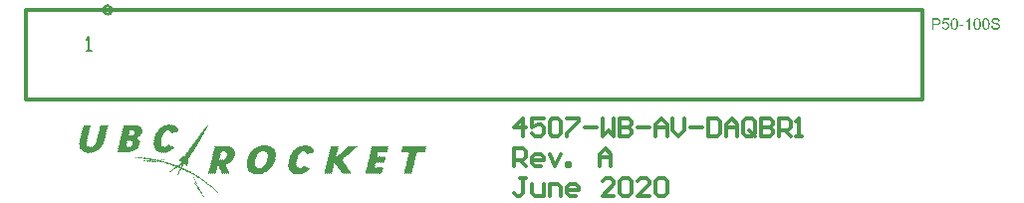
<source format=gto>
G04*
G04 #@! TF.GenerationSoftware,Altium Limited,Altium Designer,20.0.11 (256)*
G04*
G04 Layer_Color=65535*
%FSLAX25Y25*%
%MOIN*%
G70*
G01*
G75*
%ADD10C,0.01000*%
%ADD11C,0.01181*%
%ADD12C,0.00787*%
G36*
X87975Y42261D02*
X88088D01*
Y42148D01*
X88201D01*
Y42261D01*
X88314D01*
Y42148D01*
X88427D01*
Y42035D01*
X88540D01*
Y42148D01*
X88652D01*
Y42035D01*
X88765D01*
Y41922D01*
X89104D01*
Y41809D01*
X89217D01*
Y41696D01*
X89330D01*
Y41583D01*
X89442D01*
Y41471D01*
X89781D01*
Y41358D01*
X89668D01*
Y41245D01*
X89781D01*
Y41132D01*
X89894D01*
Y41019D01*
X90007D01*
Y40906D01*
X90120D01*
Y40793D01*
Y40680D01*
Y40567D01*
X90233D01*
Y40455D01*
Y40342D01*
Y40229D01*
X90345D01*
Y40116D01*
Y40003D01*
Y39890D01*
X90233D01*
Y40003D01*
X90120D01*
Y39890D01*
X90007D01*
Y39777D01*
X89894D01*
Y39890D01*
X89781D01*
Y39777D01*
X89442D01*
Y39665D01*
X89330D01*
Y39777D01*
X89217D01*
Y39665D01*
X89104D01*
Y39552D01*
X88540D01*
Y39439D01*
X88201D01*
Y39326D01*
X87862D01*
Y39439D01*
Y39552D01*
Y39665D01*
X87749D01*
Y39777D01*
X87637D01*
Y39890D01*
X87749D01*
Y40003D01*
X87411D01*
Y40116D01*
X87298D01*
Y40229D01*
X87185D01*
Y40342D01*
X87072D01*
Y40229D01*
X86959D01*
Y40342D01*
X86847D01*
Y40229D01*
X86734D01*
Y40342D01*
X86621D01*
Y40229D01*
X86282D01*
Y40116D01*
X86169D01*
Y40003D01*
X85831D01*
Y39890D01*
X85944D01*
Y39777D01*
X85605D01*
Y39665D01*
X85718D01*
Y39552D01*
X85492D01*
Y39439D01*
Y39326D01*
X85379D01*
Y39213D01*
X85266D01*
Y39100D01*
X85154D01*
Y38987D01*
Y38875D01*
Y38762D01*
X85041D01*
Y38649D01*
X84928D01*
Y38536D01*
X85041D01*
Y38423D01*
X84928D01*
Y38310D01*
X84815D01*
Y38197D01*
Y38084D01*
Y37972D01*
X84702D01*
Y37859D01*
X84815D01*
Y37746D01*
X84702D01*
Y37633D01*
X84589D01*
Y37520D01*
X84702D01*
Y37407D01*
X84589D01*
Y37294D01*
X84476D01*
Y37181D01*
X84589D01*
Y37069D01*
X84476D01*
Y36956D01*
X84589D01*
Y36843D01*
X84476D01*
Y36730D01*
X84589D01*
Y36617D01*
X84476D01*
Y36504D01*
X84589D01*
Y36391D01*
X84476D01*
Y36279D01*
X84589D01*
Y36166D01*
X84476D01*
Y36053D01*
X84589D01*
Y35940D01*
X84476D01*
Y35827D01*
X84589D01*
Y35714D01*
X84476D01*
Y35601D01*
X84589D01*
Y35489D01*
X84476D01*
Y35376D01*
X84589D01*
Y35263D01*
X84702D01*
Y35150D01*
X84815D01*
Y35037D01*
X84928D01*
Y34924D01*
X85266D01*
Y34811D01*
X85379D01*
Y34698D01*
X85492D01*
Y34811D01*
X85379D01*
Y34924D01*
X85492D01*
Y34811D01*
X85605D01*
Y34698D01*
X85718D01*
Y34811D01*
X85831D01*
Y34924D01*
X86169D01*
Y35037D01*
X86282D01*
Y34924D01*
X86395D01*
Y35037D01*
X86282D01*
Y35150D01*
X86621D01*
Y35263D01*
X86508D01*
Y35376D01*
X86847D01*
Y35489D01*
X86734D01*
Y35601D01*
X86847D01*
Y35489D01*
X86959D01*
Y35376D01*
X87072D01*
Y35489D01*
X86959D01*
Y35601D01*
X87072D01*
Y35489D01*
X87185D01*
Y35376D01*
X87298D01*
Y35263D01*
X87411D01*
Y35150D01*
X87524D01*
Y35263D01*
X87411D01*
Y35376D01*
X87524D01*
Y35263D01*
X87637D01*
Y35150D01*
X87749D01*
Y35037D01*
X87862D01*
Y35150D01*
X87975D01*
Y35037D01*
X88088D01*
Y34924D01*
X88427D01*
Y34811D01*
X88540D01*
Y34698D01*
X88652D01*
Y34811D01*
X88765D01*
Y34698D01*
X88878D01*
Y34586D01*
X88765D01*
Y34473D01*
X88652D01*
Y34360D01*
X88540D01*
Y34247D01*
X88427D01*
Y34134D01*
X88314D01*
Y34021D01*
X88201D01*
Y33908D01*
X87862D01*
Y33795D01*
X87975D01*
Y33683D01*
X87637D01*
Y33570D01*
X87524D01*
Y33457D01*
X87411D01*
Y33344D01*
X87298D01*
Y33457D01*
X87185D01*
Y33344D01*
X87298D01*
Y33231D01*
X87185D01*
Y33344D01*
X87072D01*
Y33231D01*
X86734D01*
Y33118D01*
X86847D01*
Y33005D01*
X86734D01*
Y33118D01*
X86621D01*
Y33005D01*
X86057D01*
Y32893D01*
X86169D01*
Y32780D01*
X86057D01*
Y32893D01*
X85718D01*
Y32780D01*
X85605D01*
Y32893D01*
X85492D01*
Y32780D01*
X85154D01*
Y32893D01*
X85041D01*
Y32780D01*
X84702D01*
Y32893D01*
X84589D01*
Y32780D01*
X84476D01*
Y32893D01*
X84364D01*
Y32780D01*
X84251D01*
Y32893D01*
X84138D01*
Y33005D01*
X83573D01*
Y33118D01*
X83460D01*
Y33231D01*
X83122D01*
Y33344D01*
X83009D01*
Y33457D01*
X82896D01*
Y33570D01*
X82783D01*
Y33683D01*
X82670D01*
Y33795D01*
X82558D01*
Y33908D01*
X82445D01*
Y34021D01*
Y34134D01*
Y34247D01*
X82332D01*
Y34360D01*
X82219D01*
Y34473D01*
Y34586D01*
Y34698D01*
X82106D01*
Y34811D01*
Y34924D01*
Y35037D01*
X81993D01*
Y35150D01*
X82106D01*
Y35263D01*
X81993D01*
Y35376D01*
Y35489D01*
Y35601D01*
Y35714D01*
Y35827D01*
Y35940D01*
Y36053D01*
Y36166D01*
Y36279D01*
Y36391D01*
Y36504D01*
X82106D01*
Y36617D01*
X81993D01*
Y36730D01*
X82106D01*
Y36843D01*
X81993D01*
Y36956D01*
X82106D01*
Y37069D01*
X81993D01*
Y37181D01*
X82106D01*
Y37294D01*
X81993D01*
Y37407D01*
X82219D01*
Y37520D01*
Y37633D01*
X82332D01*
Y37746D01*
X82219D01*
Y37859D01*
X82332D01*
Y37972D01*
X82219D01*
Y38084D01*
X82332D01*
Y38197D01*
X82445D01*
Y38310D01*
X82558D01*
Y38423D01*
X82445D01*
Y38536D01*
X82558D01*
Y38649D01*
X82445D01*
Y38762D01*
X82558D01*
Y38875D01*
X82670D01*
Y38987D01*
X82783D01*
Y39100D01*
X82670D01*
Y39213D01*
X82783D01*
Y39326D01*
X82896D01*
Y39439D01*
X83009D01*
Y39552D01*
X82896D01*
Y39665D01*
X83009D01*
Y39777D01*
X83122D01*
Y39890D01*
X83235D01*
Y40003D01*
Y40116D01*
X83460D01*
Y40229D01*
X83348D01*
Y40342D01*
X83460D01*
Y40455D01*
X83573D01*
Y40567D01*
X83686D01*
Y40680D01*
X83799D01*
Y40793D01*
X83912D01*
Y40906D01*
X84025D01*
Y41019D01*
X84138D01*
Y41132D01*
X84251D01*
Y41019D01*
X84364D01*
Y41132D01*
X84251D01*
Y41245D01*
X84364D01*
Y41358D01*
X84476D01*
Y41245D01*
X84589D01*
Y41358D01*
X84476D01*
Y41471D01*
X84815D01*
Y41583D01*
X84928D01*
Y41696D01*
X85266D01*
Y41809D01*
X85379D01*
Y41922D01*
X85718D01*
Y42035D01*
X85831D01*
Y41922D01*
X85944D01*
Y42035D01*
X85831D01*
Y42148D01*
X85944D01*
Y42035D01*
X86057D01*
Y42148D01*
X86395D01*
Y42261D01*
X86508D01*
Y42148D01*
X86621D01*
Y42261D01*
X86734D01*
Y42148D01*
X86847D01*
Y42261D01*
X86959D01*
Y42373D01*
X87072D01*
Y42261D01*
X87185D01*
Y42148D01*
X87298D01*
Y42261D01*
X87185D01*
Y42373D01*
X87298D01*
Y42261D01*
X87411D01*
Y42373D01*
X87524D01*
Y42261D01*
X87637D01*
Y42148D01*
X87749D01*
Y42261D01*
X87637D01*
Y42373D01*
X87749D01*
Y42261D01*
X87862D01*
Y42148D01*
X87975D01*
Y42261D01*
X87862D01*
Y42373D01*
X87975D01*
Y42261D01*
D02*
G37*
G36*
X66530Y42035D02*
X66643D01*
Y41922D01*
X66756D01*
Y41809D01*
X66643D01*
Y41696D01*
X66530D01*
Y41583D01*
Y41471D01*
Y41358D01*
X66418D01*
Y41245D01*
X66530D01*
Y41132D01*
X66418D01*
Y41019D01*
X66530D01*
Y40906D01*
X66418D01*
Y40793D01*
X66305D01*
Y40680D01*
X66192D01*
Y40567D01*
X66305D01*
Y40455D01*
X66192D01*
Y40342D01*
X66305D01*
Y40229D01*
X66192D01*
Y40116D01*
X66305D01*
Y40003D01*
X66192D01*
Y39890D01*
X66079D01*
Y39777D01*
X66192D01*
Y39665D01*
X66079D01*
Y39552D01*
X65966D01*
Y39439D01*
X66079D01*
Y39326D01*
X65966D01*
Y39213D01*
X66079D01*
Y39100D01*
X65966D01*
Y38987D01*
X65853D01*
Y38875D01*
X65966D01*
Y38762D01*
X65853D01*
Y38875D01*
X65740D01*
Y38762D01*
X65853D01*
Y38649D01*
X65740D01*
Y38536D01*
X65853D01*
Y38423D01*
X65740D01*
Y38310D01*
X65853D01*
Y38197D01*
X65740D01*
Y38084D01*
Y37972D01*
Y37859D01*
X65627D01*
Y37746D01*
X65515D01*
Y37633D01*
X65627D01*
Y37520D01*
X65515D01*
Y37407D01*
X65627D01*
Y37294D01*
X65515D01*
Y37181D01*
X65402D01*
Y37069D01*
Y36956D01*
Y36843D01*
Y36730D01*
Y36617D01*
X65289D01*
Y36504D01*
Y36391D01*
Y36279D01*
X65176D01*
Y36166D01*
X65063D01*
Y36053D01*
X65176D01*
Y35940D01*
X65063D01*
Y35827D01*
X64950D01*
Y35714D01*
X64837D01*
Y35601D01*
X64950D01*
Y35489D01*
X64837D01*
Y35376D01*
X64724D01*
Y35263D01*
X64612D01*
Y35150D01*
X64724D01*
Y35037D01*
X64499D01*
Y34924D01*
Y34811D01*
X64386D01*
Y34698D01*
X64273D01*
Y34586D01*
X64160D01*
Y34473D01*
X64047D01*
Y34360D01*
X63934D01*
Y34247D01*
X63822D01*
Y34134D01*
X63709D01*
Y34021D01*
X63596D01*
Y33908D01*
X63483D01*
Y33795D01*
X63370D01*
Y33683D01*
X63032D01*
Y33570D01*
X62919D01*
Y33457D01*
X62806D01*
Y33344D01*
X62693D01*
Y33457D01*
X62580D01*
Y33344D01*
X62693D01*
Y33231D01*
X62580D01*
Y33344D01*
X62467D01*
Y33231D01*
X62354D01*
Y33118D01*
X62242D01*
Y33231D01*
X62129D01*
Y33118D01*
X62016D01*
Y33005D01*
X61903D01*
Y33118D01*
X61790D01*
Y33005D01*
X61451D01*
Y32893D01*
X61339D01*
Y33005D01*
X61226D01*
Y32893D01*
X61339D01*
Y32780D01*
X61226D01*
Y32893D01*
X61113D01*
Y32780D01*
X61000D01*
Y32893D01*
X60887D01*
Y32780D01*
X60774D01*
Y32893D01*
X60661D01*
Y32780D01*
X60323D01*
Y32893D01*
X60210D01*
Y32780D01*
X59871D01*
Y32893D01*
X59758D01*
Y32780D01*
X59645D01*
Y32893D01*
X59533D01*
Y33005D01*
X59420D01*
Y32893D01*
X59533D01*
Y32780D01*
X59420D01*
Y32893D01*
X59307D01*
Y33005D01*
X58743D01*
Y33118D01*
X58630D01*
Y33231D01*
X58291D01*
Y33344D01*
X58178D01*
Y33457D01*
X58065D01*
Y33570D01*
X57952D01*
Y33683D01*
X57840D01*
Y33795D01*
X57727D01*
Y33908D01*
X57614D01*
Y34021D01*
X57501D01*
Y34134D01*
X57388D01*
Y34247D01*
X57501D01*
Y34360D01*
X57388D01*
Y34473D01*
X57275D01*
Y34586D01*
X57162D01*
Y34698D01*
X57275D01*
Y34811D01*
X57162D01*
Y34924D01*
X57275D01*
Y35037D01*
X57162D01*
Y35150D01*
X57275D01*
Y35263D01*
X57162D01*
Y35376D01*
X57050D01*
Y35489D01*
X57162D01*
Y35601D01*
X57050D01*
Y35714D01*
X57162D01*
Y35827D01*
X57050D01*
Y35940D01*
X57162D01*
Y36053D01*
X57050D01*
Y36166D01*
X57162D01*
Y36279D01*
X57050D01*
Y36391D01*
X57162D01*
Y36504D01*
X57275D01*
Y36617D01*
X57162D01*
Y36730D01*
X57275D01*
Y36843D01*
X57162D01*
Y36956D01*
X57275D01*
Y37069D01*
X57162D01*
Y37181D01*
X57275D01*
Y37294D01*
X57162D01*
Y37407D01*
X57275D01*
Y37520D01*
X57388D01*
Y37633D01*
X57501D01*
Y37746D01*
X57388D01*
Y37859D01*
X57501D01*
Y37972D01*
X57388D01*
Y38084D01*
X57501D01*
Y38197D01*
Y38310D01*
Y38423D01*
X57614D01*
Y38310D01*
X57727D01*
Y38423D01*
X57614D01*
Y38536D01*
Y38649D01*
Y38762D01*
X57727D01*
Y38875D01*
X57614D01*
Y38987D01*
X57727D01*
Y39100D01*
X57614D01*
Y39213D01*
X57727D01*
Y39326D01*
X57840D01*
Y39439D01*
Y39552D01*
Y39665D01*
X57952D01*
Y39777D01*
X57840D01*
Y39890D01*
X57952D01*
Y40003D01*
Y40116D01*
Y40229D01*
X58065D01*
Y40342D01*
Y40455D01*
Y40567D01*
X58178D01*
Y40680D01*
X58065D01*
Y40793D01*
X58178D01*
Y40906D01*
Y41019D01*
Y41132D01*
X58291D01*
Y41245D01*
Y41358D01*
Y41471D01*
X58404D01*
Y41583D01*
X58291D01*
Y41696D01*
X58404D01*
Y41809D01*
Y41922D01*
Y42035D01*
X58517D01*
Y41922D01*
X58630D01*
Y42035D01*
X58517D01*
Y42148D01*
X58630D01*
Y42035D01*
X58743D01*
Y41922D01*
X58855D01*
Y42035D01*
X58743D01*
Y42148D01*
X58855D01*
Y42035D01*
X58968D01*
Y41922D01*
X59081D01*
Y42035D01*
X58968D01*
Y42148D01*
X59081D01*
Y42035D01*
X59194D01*
Y42148D01*
X59307D01*
Y42035D01*
X59420D01*
Y41922D01*
X59533D01*
Y42035D01*
X59420D01*
Y42148D01*
X59533D01*
Y42035D01*
X59645D01*
Y41922D01*
X59758D01*
Y42035D01*
X59645D01*
Y42148D01*
X59758D01*
Y42035D01*
X59871D01*
Y41922D01*
X59984D01*
Y42035D01*
X59871D01*
Y42148D01*
X59984D01*
Y42035D01*
X60097D01*
Y42148D01*
X60210D01*
Y42035D01*
X60323D01*
Y41922D01*
X60436D01*
Y42035D01*
X60323D01*
Y42148D01*
X60436D01*
Y42035D01*
X60549D01*
Y41922D01*
X60661D01*
Y42035D01*
X60549D01*
Y42148D01*
X60661D01*
Y42035D01*
X60774D01*
Y41922D01*
X60887D01*
Y41809D01*
X60774D01*
Y41696D01*
X60887D01*
Y41583D01*
X60774D01*
Y41471D01*
X60887D01*
Y41358D01*
X60774D01*
Y41245D01*
X60661D01*
Y41132D01*
X60774D01*
Y41019D01*
X60661D01*
Y40906D01*
X60549D01*
Y40793D01*
X60661D01*
Y40680D01*
X60549D01*
Y40567D01*
X60661D01*
Y40455D01*
X60549D01*
Y40342D01*
X60436D01*
Y40229D01*
X60323D01*
Y40116D01*
X60436D01*
Y40003D01*
X60323D01*
Y39890D01*
X60436D01*
Y39777D01*
X60323D01*
Y39665D01*
X60436D01*
Y39552D01*
X60323D01*
Y39439D01*
Y39326D01*
Y39213D01*
X60210D01*
Y39100D01*
X60097D01*
Y38987D01*
X60210D01*
Y38875D01*
X60097D01*
Y38762D01*
X60210D01*
Y38649D01*
X60097D01*
Y38536D01*
X59984D01*
Y38423D01*
Y38310D01*
Y38197D01*
Y38084D01*
Y37972D01*
X59871D01*
Y37859D01*
X59984D01*
Y37746D01*
X59871D01*
Y37633D01*
Y37520D01*
Y37407D01*
X59758D01*
Y37294D01*
X59645D01*
Y37181D01*
X59758D01*
Y37069D01*
X59645D01*
Y36956D01*
X59758D01*
Y36843D01*
X59645D01*
Y36730D01*
Y36617D01*
Y36504D01*
Y36391D01*
Y36279D01*
X59533D01*
Y36166D01*
Y36053D01*
Y35940D01*
X59645D01*
Y35827D01*
X59533D01*
Y35714D01*
X59645D01*
Y35601D01*
Y35489D01*
Y35376D01*
X59758D01*
Y35263D01*
X59645D01*
Y35150D01*
X59758D01*
Y35037D01*
X59871D01*
Y34924D01*
X59984D01*
Y35037D01*
X59871D01*
Y35150D01*
X59984D01*
Y35037D01*
X60097D01*
Y34924D01*
X60210D01*
Y34811D01*
X60323D01*
Y34698D01*
X60436D01*
Y34811D01*
X60323D01*
Y34924D01*
X60436D01*
Y34811D01*
X60549D01*
Y34698D01*
X60661D01*
Y34811D01*
X60549D01*
Y34924D01*
X60661D01*
Y34811D01*
X60774D01*
Y34698D01*
X60887D01*
Y34811D01*
X61000D01*
Y34924D01*
X61113D01*
Y34811D01*
X61226D01*
Y34698D01*
X61339D01*
Y34811D01*
X61226D01*
Y34924D01*
X61339D01*
Y34811D01*
X61451D01*
Y34924D01*
X61790D01*
Y35037D01*
X61677D01*
Y35150D01*
X61790D01*
Y35037D01*
X61903D01*
Y35150D01*
X62016D01*
Y35263D01*
X62129D01*
Y35376D01*
X62242D01*
Y35489D01*
X62129D01*
Y35601D01*
X62242D01*
Y35489D01*
X62354D01*
Y35601D01*
X62467D01*
Y35714D01*
X62354D01*
Y35827D01*
X62467D01*
Y35940D01*
X62580D01*
Y36053D01*
X62693D01*
Y36166D01*
X62580D01*
Y36279D01*
X62693D01*
Y36391D01*
X62806D01*
Y36504D01*
X62919D01*
Y36617D01*
X62806D01*
Y36730D01*
X62919D01*
Y36843D01*
Y36956D01*
Y37069D01*
X63032D01*
Y36956D01*
X63144D01*
Y37069D01*
X63032D01*
Y37181D01*
Y37294D01*
Y37407D01*
X63144D01*
Y37520D01*
X63032D01*
Y37633D01*
X63144D01*
Y37746D01*
X63032D01*
Y37859D01*
X63144D01*
Y37972D01*
X63257D01*
Y38084D01*
Y38197D01*
Y38310D01*
X63370D01*
Y38423D01*
X63257D01*
Y38536D01*
X63370D01*
Y38649D01*
Y38762D01*
Y38875D01*
X63483D01*
Y38987D01*
Y39100D01*
Y39213D01*
X63596D01*
Y39326D01*
X63483D01*
Y39439D01*
X63596D01*
Y39552D01*
X63483D01*
Y39665D01*
X63596D01*
Y39777D01*
X63709D01*
Y39890D01*
Y40003D01*
Y40116D01*
X63822D01*
Y40229D01*
X63709D01*
Y40342D01*
X63822D01*
Y40455D01*
Y40567D01*
Y40680D01*
X63934D01*
Y40793D01*
Y40906D01*
Y41019D01*
X64047D01*
Y41132D01*
X63934D01*
Y41245D01*
X64047D01*
Y41358D01*
X63934D01*
Y41471D01*
X64047D01*
Y41583D01*
X64160D01*
Y41696D01*
X64047D01*
Y41809D01*
X64160D01*
Y41922D01*
X64273D01*
Y42035D01*
X64160D01*
Y42148D01*
X64273D01*
Y42035D01*
X64386D01*
Y41922D01*
X64499D01*
Y42035D01*
X64386D01*
Y42148D01*
X64499D01*
Y42035D01*
X64612D01*
Y42148D01*
X64724D01*
Y42035D01*
X64837D01*
Y41922D01*
X64950D01*
Y42035D01*
X64837D01*
Y42148D01*
X64950D01*
Y42035D01*
X65063D01*
Y41922D01*
X65176D01*
Y42035D01*
X65063D01*
Y42148D01*
X65176D01*
Y42035D01*
X65289D01*
Y41922D01*
X65402D01*
Y42035D01*
X65289D01*
Y42148D01*
X65402D01*
Y42035D01*
X65515D01*
Y42148D01*
X65627D01*
Y42035D01*
X65740D01*
Y41922D01*
X65853D01*
Y42035D01*
X65740D01*
Y42148D01*
X65853D01*
Y42035D01*
X65966D01*
Y41922D01*
X66079D01*
Y42035D01*
X65966D01*
Y42148D01*
X66079D01*
Y42035D01*
X66192D01*
Y41922D01*
X66305D01*
Y42035D01*
X66192D01*
Y42148D01*
X66305D01*
Y42035D01*
X66418D01*
Y42148D01*
X66530D01*
Y42035D01*
D02*
G37*
G36*
X100278Y42148D02*
X100391D01*
Y42035D01*
X100278D01*
Y41922D01*
X100165D01*
Y42035D01*
X100052D01*
Y42148D01*
X100165D01*
Y42261D01*
X100278D01*
Y42148D01*
D02*
G37*
G36*
X76011Y42035D02*
X76124D01*
Y41922D01*
X76237D01*
Y42035D01*
X76350D01*
Y41922D01*
X76914D01*
Y41809D01*
X77027D01*
Y41696D01*
X77366D01*
Y41583D01*
X77479D01*
Y41471D01*
X77591D01*
Y41358D01*
X77704D01*
Y41245D01*
X77817D01*
Y41132D01*
Y41019D01*
X78043D01*
Y40906D01*
X77930D01*
Y40793D01*
X78043D01*
Y40680D01*
X77930D01*
Y40567D01*
X78156D01*
Y40455D01*
Y40342D01*
Y40229D01*
Y40116D01*
Y40003D01*
Y39890D01*
Y39777D01*
Y39665D01*
Y39552D01*
Y39439D01*
X78043D01*
Y39326D01*
X77930D01*
Y39213D01*
X78043D01*
Y39100D01*
X77930D01*
Y38987D01*
X77817D01*
Y38875D01*
X77704D01*
Y38762D01*
X77817D01*
Y38649D01*
X77704D01*
Y38536D01*
X77591D01*
Y38423D01*
X77479D01*
Y38310D01*
X77366D01*
Y38197D01*
X77027D01*
Y38084D01*
X76914D01*
Y37972D01*
X76576D01*
Y37859D01*
X76463D01*
Y37746D01*
X76350D01*
Y37633D01*
X76688D01*
Y37520D01*
X76801D01*
Y37407D01*
X76914D01*
Y37294D01*
X77027D01*
Y37181D01*
X77140D01*
Y37069D01*
X77253D01*
Y36956D01*
X77366D01*
Y36843D01*
X77253D01*
Y36730D01*
X77366D01*
Y36617D01*
X77479D01*
Y36504D01*
X77591D01*
Y36391D01*
X77479D01*
Y36504D01*
X77366D01*
Y36391D01*
X77479D01*
Y36279D01*
X77366D01*
Y36166D01*
X77479D01*
Y36053D01*
X77366D01*
Y35940D01*
X77253D01*
Y35827D01*
X77366D01*
Y35714D01*
X77253D01*
Y35601D01*
X77366D01*
Y35489D01*
X77253D01*
Y35376D01*
X77140D01*
Y35263D01*
X77027D01*
Y35150D01*
X77140D01*
Y35037D01*
X77027D01*
Y34924D01*
X76914D01*
Y34811D01*
X76801D01*
Y34698D01*
X76914D01*
Y34586D01*
X76801D01*
Y34473D01*
X76688D01*
Y34360D01*
X76576D01*
Y34247D01*
X76463D01*
Y34134D01*
X76350D01*
Y34021D01*
X76237D01*
Y33908D01*
X75898D01*
Y33795D01*
X75785D01*
Y33683D01*
X75673D01*
Y33570D01*
X75560D01*
Y33683D01*
X75447D01*
Y33570D01*
X75560D01*
Y33457D01*
X75447D01*
Y33570D01*
X75334D01*
Y33457D01*
X75221D01*
Y33344D01*
X75108D01*
Y33457D01*
X74995D01*
Y33344D01*
X75108D01*
Y33231D01*
X74995D01*
Y33344D01*
X74883D01*
Y33231D01*
X74544D01*
Y33118D01*
X74431D01*
Y33231D01*
X74318D01*
Y33118D01*
X74205D01*
Y33231D01*
X74093D01*
Y33118D01*
X74205D01*
Y33005D01*
X74093D01*
Y33118D01*
X73980D01*
Y33005D01*
X73867D01*
Y33118D01*
X73754D01*
Y33005D01*
X73641D01*
Y33118D01*
X73528D01*
Y33005D01*
X73415D01*
Y33118D01*
X73303D01*
Y33005D01*
X73190D01*
Y33118D01*
X73077D01*
Y33005D01*
X72738D01*
Y33118D01*
X72625D01*
Y33005D01*
X72287D01*
Y33118D01*
X72174D01*
Y33005D01*
X71835D01*
Y33118D01*
X71722D01*
Y33005D01*
X71609D01*
Y33118D01*
X71497D01*
Y33005D01*
X71384D01*
Y33118D01*
X71271D01*
Y33005D01*
X70932D01*
Y33118D01*
X70819D01*
Y33005D01*
X70481D01*
Y33118D01*
X70368D01*
Y33005D01*
X70029D01*
Y33118D01*
X69916D01*
Y33231D01*
X69804D01*
Y33344D01*
X69916D01*
Y33457D01*
X70029D01*
Y33570D01*
X69916D01*
Y33683D01*
X70029D01*
Y33795D01*
X70142D01*
Y33908D01*
X70029D01*
Y34021D01*
X70142D01*
Y34134D01*
X70029D01*
Y34247D01*
X70142D01*
Y34360D01*
Y34473D01*
Y34586D01*
X70255D01*
Y34698D01*
X70368D01*
Y34811D01*
X70255D01*
Y34924D01*
X70368D01*
Y35037D01*
X70255D01*
Y35150D01*
X70368D01*
Y35263D01*
Y35376D01*
Y35489D01*
X70481D01*
Y35601D01*
Y35714D01*
Y35827D01*
X70594D01*
Y35940D01*
X70481D01*
Y36053D01*
X70594D01*
Y36166D01*
Y36279D01*
Y36391D01*
X70706D01*
Y36504D01*
Y36617D01*
Y36730D01*
X70819D01*
Y36843D01*
X70706D01*
Y36956D01*
X70819D01*
Y37069D01*
Y37181D01*
Y37294D01*
X70932D01*
Y37407D01*
Y37520D01*
Y37633D01*
X71045D01*
Y37746D01*
X70932D01*
Y37859D01*
X71045D01*
Y37972D01*
Y38084D01*
Y38197D01*
X71158D01*
Y38310D01*
X71271D01*
Y38423D01*
X71158D01*
Y38536D01*
X71271D01*
Y38649D01*
X71158D01*
Y38762D01*
X71271D01*
Y38875D01*
Y38987D01*
Y39100D01*
X71158D01*
Y39213D01*
X71271D01*
Y39100D01*
X71384D01*
Y39213D01*
Y39326D01*
Y39439D01*
X71497D01*
Y39552D01*
X71384D01*
Y39665D01*
X71497D01*
Y39777D01*
X71384D01*
Y39890D01*
X71497D01*
Y40003D01*
X71609D01*
Y40116D01*
X71497D01*
Y40229D01*
X71609D01*
Y40342D01*
X71722D01*
Y40455D01*
X71609D01*
Y40567D01*
X71722D01*
Y40680D01*
X71609D01*
Y40793D01*
X71722D01*
Y40906D01*
X71609D01*
Y41019D01*
X71722D01*
Y41132D01*
X71835D01*
Y41245D01*
X71948D01*
Y41358D01*
X71835D01*
Y41471D01*
X71948D01*
Y41583D01*
X71835D01*
Y41696D01*
X71948D01*
Y41809D01*
Y41922D01*
Y42035D01*
X72061D01*
Y41922D01*
X72174D01*
Y42035D01*
X72061D01*
Y42148D01*
X72174D01*
Y42035D01*
X72287D01*
Y41922D01*
X72399D01*
Y42035D01*
X72287D01*
Y42148D01*
X72399D01*
Y42035D01*
X72512D01*
Y41922D01*
X72625D01*
Y42035D01*
X72512D01*
Y42148D01*
X72625D01*
Y42035D01*
X72738D01*
Y42148D01*
X72851D01*
Y42035D01*
X72964D01*
Y41922D01*
X73077D01*
Y42035D01*
X72964D01*
Y42148D01*
X73077D01*
Y42035D01*
X73190D01*
Y41922D01*
X73303D01*
Y42035D01*
X73190D01*
Y42148D01*
X73303D01*
Y42035D01*
X73415D01*
Y41922D01*
X73528D01*
Y42035D01*
X73415D01*
Y42148D01*
X73528D01*
Y42035D01*
X73641D01*
Y42148D01*
X73754D01*
Y42035D01*
X73867D01*
Y41922D01*
X73980D01*
Y42035D01*
X73867D01*
Y42148D01*
X73980D01*
Y42035D01*
X74093D01*
Y41922D01*
X74205D01*
Y42035D01*
X74093D01*
Y42148D01*
X74205D01*
Y42035D01*
X74318D01*
Y41922D01*
X74431D01*
Y42035D01*
X74318D01*
Y42148D01*
X74431D01*
Y42035D01*
X74544D01*
Y42148D01*
X74657D01*
Y42035D01*
X74770D01*
Y41922D01*
X74883D01*
Y42035D01*
X74770D01*
Y42148D01*
X74883D01*
Y42035D01*
X74995D01*
Y41922D01*
X75108D01*
Y42035D01*
X74995D01*
Y42148D01*
X75108D01*
Y42035D01*
X75221D01*
Y41922D01*
X75334D01*
Y42035D01*
X75221D01*
Y42148D01*
X75334D01*
Y42035D01*
X75447D01*
Y42148D01*
X75560D01*
Y42035D01*
X75673D01*
Y41922D01*
X75785D01*
Y42035D01*
X75673D01*
Y42148D01*
X75785D01*
Y42035D01*
X75898D01*
Y41922D01*
X76011D01*
Y42035D01*
X75898D01*
Y42148D01*
X76011D01*
Y42035D01*
D02*
G37*
G36*
X100052Y41922D02*
X100165D01*
Y41809D01*
X100052D01*
Y41696D01*
X100165D01*
Y41583D01*
X100052D01*
Y41471D01*
X99939D01*
Y41358D01*
X99826D01*
Y41245D01*
X99939D01*
Y41132D01*
X99826D01*
Y41019D01*
X99713D01*
Y40906D01*
X99601D01*
Y40793D01*
Y40680D01*
Y40567D01*
X99488D01*
Y40455D01*
X99375D01*
Y40342D01*
X99488D01*
Y40229D01*
X99149D01*
Y40116D01*
X99262D01*
Y40003D01*
X99149D01*
Y39890D01*
X99036D01*
Y39777D01*
Y39665D01*
Y39552D01*
X98923D01*
Y39439D01*
X98810D01*
Y39326D01*
X98698D01*
Y39213D01*
X98810D01*
Y39100D01*
X98698D01*
Y38987D01*
X98585D01*
Y38875D01*
X98472D01*
Y38762D01*
X98585D01*
Y38649D01*
X98472D01*
Y38536D01*
X98359D01*
Y38423D01*
X98246D01*
Y38310D01*
X98359D01*
Y38197D01*
X98133D01*
Y38084D01*
Y37972D01*
X98020D01*
Y37859D01*
Y37746D01*
X97908D01*
Y37633D01*
Y37520D01*
X97795D01*
Y37407D01*
X97682D01*
Y37294D01*
X97569D01*
Y37181D01*
X97682D01*
Y37069D01*
X97569D01*
Y36956D01*
X97456D01*
Y36843D01*
X97343D01*
Y36730D01*
Y36617D01*
X97230D01*
Y36504D01*
Y36391D01*
X97118D01*
Y36279D01*
X97005D01*
Y36166D01*
X96892D01*
Y36053D01*
X97005D01*
Y35940D01*
X96892D01*
Y35827D01*
X96779D01*
Y35714D01*
X96666D01*
Y35601D01*
Y35489D01*
X96553D01*
Y35376D01*
Y35263D01*
X96440D01*
Y35150D01*
X96327D01*
Y35037D01*
X96214D01*
Y34924D01*
X96327D01*
Y34811D01*
X96102D01*
Y34698D01*
Y34586D01*
X95989D01*
Y34473D01*
X95876D01*
Y34360D01*
X95763D01*
Y34247D01*
X95876D01*
Y34134D01*
X95763D01*
Y34021D01*
X95650D01*
Y33908D01*
X95537D01*
Y33795D01*
X95650D01*
Y33683D01*
X95537D01*
Y33795D01*
X95424D01*
Y33683D01*
X95312D01*
Y33570D01*
X95424D01*
Y33457D01*
X95312D01*
Y33344D01*
X95199D01*
Y33457D01*
X95086D01*
Y33344D01*
X95199D01*
Y33231D01*
X95086D01*
Y33118D01*
X94973D01*
Y33005D01*
X94860D01*
Y32893D01*
X94973D01*
Y32780D01*
X94860D01*
Y32667D01*
X94747D01*
Y32554D01*
X94634D01*
Y32441D01*
Y32328D01*
X94409D01*
Y32215D01*
X94521D01*
Y32103D01*
X94409D01*
Y31990D01*
X94296D01*
Y31877D01*
X94183D01*
Y31764D01*
X94070D01*
Y31651D01*
X93957D01*
Y31538D01*
X94070D01*
Y31425D01*
X93957D01*
Y31312D01*
X93844D01*
Y31199D01*
X93731D01*
Y31087D01*
X93844D01*
Y30974D01*
X93731D01*
Y31087D01*
X93619D01*
Y30974D01*
X93506D01*
Y30861D01*
X93619D01*
Y30748D01*
X93506D01*
Y30635D01*
X93619D01*
Y30522D01*
X93506D01*
Y30409D01*
X93619D01*
Y30297D01*
X93506D01*
Y30184D01*
X93619D01*
Y30071D01*
X93506D01*
Y29958D01*
X93619D01*
Y29845D01*
X93506D01*
Y29732D01*
X93619D01*
Y29619D01*
X93506D01*
Y29506D01*
X93619D01*
Y29394D01*
X93506D01*
Y29506D01*
X93393D01*
Y29394D01*
X93506D01*
Y29281D01*
X93393D01*
Y29168D01*
X93280D01*
Y29055D01*
X93393D01*
Y28942D01*
X93280D01*
Y28829D01*
X93167D01*
Y28716D01*
X93054D01*
Y28604D01*
X93167D01*
Y28491D01*
X93054D01*
Y28378D01*
X92941D01*
Y28491D01*
X92829D01*
Y28604D01*
X92716D01*
Y28716D01*
X92603D01*
Y28829D01*
X92716D01*
Y28942D01*
X92603D01*
Y29055D01*
X92490D01*
Y29168D01*
X92151D01*
Y29055D01*
X92264D01*
Y28942D01*
X91926D01*
Y28829D01*
X91813D01*
Y28716D01*
X91700D01*
Y28604D01*
X91813D01*
Y28491D01*
X91700D01*
Y28378D01*
X91587D01*
Y28265D01*
X91474D01*
Y28152D01*
X91587D01*
Y28039D01*
X91474D01*
Y27926D01*
X91587D01*
Y27814D01*
X91700D01*
Y27701D01*
X92039D01*
Y27588D01*
X92151D01*
Y27475D01*
X92490D01*
Y27362D01*
X92603D01*
Y27249D01*
X92941D01*
Y27136D01*
X93054D01*
Y27023D01*
X93393D01*
Y26911D01*
X93506D01*
Y26798D01*
X93844D01*
Y26685D01*
X93957D01*
Y26572D01*
X94409D01*
Y26459D01*
Y26346D01*
X94747D01*
Y26233D01*
X94860D01*
Y26120D01*
X94973D01*
Y26008D01*
X95086D01*
Y26120D01*
X95199D01*
Y26008D01*
X95312D01*
Y25895D01*
X95424D01*
Y25782D01*
X95537D01*
Y25669D01*
X95876D01*
Y25556D01*
X95989D01*
Y25443D01*
X96327D01*
Y25330D01*
X96440D01*
Y25218D01*
X96553D01*
Y25105D01*
X96666D01*
Y24992D01*
X97005D01*
Y24879D01*
X97118D01*
Y24766D01*
X97230D01*
Y24653D01*
X97343D01*
Y24540D01*
X97456D01*
Y24653D01*
X97343D01*
Y24766D01*
X97456D01*
Y24653D01*
X97569D01*
Y24540D01*
X97682D01*
Y24428D01*
X97795D01*
Y24315D01*
X98133D01*
Y24202D01*
X98246D01*
Y24089D01*
X98359D01*
Y23976D01*
X98472D01*
Y23863D01*
X98585D01*
Y23750D01*
X98698D01*
Y23637D01*
X99036D01*
Y23525D01*
X99149D01*
Y23412D01*
X99262D01*
Y23299D01*
X99375D01*
Y23186D01*
X99488D01*
Y23073D01*
X99601D01*
Y22960D01*
X99939D01*
Y22847D01*
X100052D01*
Y22735D01*
X100165D01*
Y22622D01*
X100278D01*
Y22509D01*
X100391D01*
Y22396D01*
X100504D01*
Y22283D01*
X100616D01*
Y22170D01*
X100729D01*
Y22057D01*
X101068D01*
Y21944D01*
X101181D01*
Y21832D01*
X101294D01*
Y21719D01*
X101406D01*
Y21606D01*
X101519D01*
Y21493D01*
X101632D01*
Y21380D01*
X101745D01*
Y21267D01*
X101858D01*
Y21154D01*
X101971D01*
Y21042D01*
X102084D01*
Y20929D01*
X102197D01*
Y20816D01*
X102309D01*
Y20703D01*
X102422D01*
Y20590D01*
X102535D01*
Y20477D01*
X102648D01*
Y20364D01*
X102761D01*
Y20251D01*
X102874D01*
Y20139D01*
X102987D01*
Y20026D01*
X103100D01*
Y19913D01*
X103212D01*
Y19800D01*
X103325D01*
Y19687D01*
X103438D01*
Y19574D01*
X103551D01*
Y19461D01*
X103664D01*
Y19349D01*
X103777D01*
Y19236D01*
X103890D01*
Y19123D01*
X104002D01*
Y19010D01*
X104115D01*
Y18897D01*
X104228D01*
Y18784D01*
X104341D01*
Y18671D01*
X104454D01*
Y18558D01*
X104341D01*
Y18671D01*
X104228D01*
Y18784D01*
X104115D01*
Y18897D01*
X104002D01*
Y19010D01*
X103890D01*
Y19123D01*
X103777D01*
Y19236D01*
X103438D01*
Y19349D01*
X103551D01*
Y19461D01*
X103212D01*
Y19574D01*
Y19687D01*
X102987D01*
Y19800D01*
Y19913D01*
X102761D01*
Y20026D01*
X102648D01*
Y20139D01*
X102535D01*
Y20251D01*
X102422D01*
Y20364D01*
X102309D01*
Y20477D01*
X102197D01*
Y20590D01*
X102084D01*
Y20703D01*
X101971D01*
Y20816D01*
X101858D01*
Y20929D01*
X101745D01*
Y21042D01*
X101406D01*
Y21154D01*
X101519D01*
Y21267D01*
X101181D01*
Y21380D01*
X101068D01*
Y21493D01*
X100955D01*
Y21606D01*
X100842D01*
Y21719D01*
X100729D01*
Y21832D01*
X100616D01*
Y21944D01*
X100504D01*
Y22057D01*
X100391D01*
Y22170D01*
X100052D01*
Y22283D01*
X99939D01*
Y22396D01*
X99826D01*
Y22509D01*
X99713D01*
Y22622D01*
X99601D01*
Y22735D01*
X99488D01*
Y22847D01*
X99375D01*
Y22735D01*
X99488D01*
Y22622D01*
X99375D01*
Y22735D01*
X99262D01*
Y22847D01*
X99149D01*
Y22960D01*
X99036D01*
Y23073D01*
X98923D01*
Y23186D01*
X98810D01*
Y23299D01*
X98472D01*
Y23412D01*
X98359D01*
Y23525D01*
X98246D01*
Y23637D01*
X98133D01*
Y23750D01*
X97795D01*
Y23863D01*
X97682D01*
Y23976D01*
X97569D01*
Y24089D01*
X97456D01*
Y24202D01*
X97118D01*
Y24315D01*
X97005D01*
Y24428D01*
X96892D01*
Y24540D01*
X96779D01*
Y24653D01*
X96666D01*
Y24540D01*
X96779D01*
Y24428D01*
X96666D01*
Y24540D01*
X96553D01*
Y24653D01*
X96440D01*
Y24766D01*
X96327D01*
Y24879D01*
X95989D01*
Y24992D01*
X95876D01*
Y25105D01*
X95763D01*
Y25218D01*
X95650D01*
Y25330D01*
X95312D01*
Y25443D01*
X95199D01*
Y25556D01*
X94860D01*
Y25443D01*
X94973D01*
Y25330D01*
X95086D01*
Y25218D01*
X95199D01*
Y25105D01*
X95086D01*
Y25218D01*
X94973D01*
Y25330D01*
X94860D01*
Y25443D01*
X94747D01*
Y25556D01*
X94634D01*
Y25669D01*
X94747D01*
Y25782D01*
X94409D01*
Y25895D01*
X94296D01*
Y26008D01*
X94183D01*
Y26120D01*
X94070D01*
Y26008D01*
X93957D01*
Y26120D01*
X93844D01*
Y26233D01*
X93731D01*
Y26346D01*
X93619D01*
Y26459D01*
X93506D01*
Y26346D01*
X93619D01*
Y26233D01*
X93506D01*
Y26346D01*
X93393D01*
Y26459D01*
X93280D01*
Y26572D01*
X93167D01*
Y26459D01*
X93054D01*
Y26572D01*
X92941D01*
Y26685D01*
X92603D01*
Y26798D01*
X92490D01*
Y26911D01*
X92151D01*
Y27023D01*
X92039D01*
Y27136D01*
X91700D01*
Y27249D01*
X91587D01*
Y27362D01*
X91023D01*
Y27249D01*
X91136D01*
Y27136D01*
X91023D01*
Y27023D01*
X90910D01*
Y26911D01*
X90797D01*
Y26798D01*
X90910D01*
Y26685D01*
X90797D01*
Y26572D01*
X90684D01*
Y26459D01*
X90571D01*
Y26346D01*
Y26233D01*
Y26120D01*
X90458D01*
Y26008D01*
X90345D01*
Y25895D01*
X90458D01*
Y25782D01*
X90345D01*
Y25669D01*
X90233D01*
Y25782D01*
X90120D01*
Y25895D01*
X90233D01*
Y26008D01*
Y26120D01*
X90345D01*
Y26233D01*
Y26346D01*
X90458D01*
Y26459D01*
X90345D01*
Y26572D01*
X90458D01*
Y26685D01*
X90571D01*
Y26798D01*
Y26911D01*
Y27023D01*
X90684D01*
Y27136D01*
Y27249D01*
Y27362D01*
X90797D01*
Y27475D01*
X90910D01*
Y27588D01*
X90797D01*
Y27701D01*
X90684D01*
Y27588D01*
X90571D01*
Y27701D01*
X90458D01*
Y27814D01*
X90120D01*
Y27926D01*
X90007D01*
Y28039D01*
X89894D01*
Y27926D01*
X90007D01*
Y27814D01*
X89894D01*
Y27926D01*
X89781D01*
Y28039D01*
X89668D01*
Y27926D01*
X89781D01*
Y27814D01*
X89442D01*
Y27701D01*
X89555D01*
Y27588D01*
X89442D01*
Y27701D01*
X89330D01*
Y27588D01*
X89217D01*
Y27475D01*
X89104D01*
Y27362D01*
X88765D01*
Y27249D01*
X88652D01*
Y27136D01*
X88540D01*
Y27023D01*
X88427D01*
Y26911D01*
X88088D01*
Y26798D01*
X87975D01*
Y26685D01*
X87862D01*
Y26572D01*
X87749D01*
Y26685D01*
X87637D01*
Y26798D01*
X87749D01*
Y26911D01*
X87862D01*
Y27023D01*
X87975D01*
Y27136D01*
X88088D01*
Y27249D01*
X88427D01*
Y27362D01*
X88314D01*
Y27475D01*
X88652D01*
Y27588D01*
X88765D01*
Y27701D01*
X88878D01*
Y27814D01*
X88991D01*
Y27701D01*
X89104D01*
Y27814D01*
X88991D01*
Y27926D01*
X89330D01*
Y28039D01*
X89442D01*
Y28152D01*
X89330D01*
Y28265D01*
X88991D01*
Y28378D01*
X88878D01*
Y28491D01*
X88765D01*
Y28378D01*
X88878D01*
Y28265D01*
X88765D01*
Y28378D01*
X88652D01*
Y28491D01*
X88540D01*
Y28604D01*
X88427D01*
Y28491D01*
X88314D01*
Y28604D01*
X88201D01*
Y28716D01*
X88088D01*
Y28604D01*
X87975D01*
Y28716D01*
X87862D01*
Y28829D01*
X87749D01*
Y28716D01*
X87637D01*
Y28829D01*
X87524D01*
Y28942D01*
X87185D01*
Y29055D01*
X86847D01*
Y29168D01*
X86508D01*
Y29281D01*
X86395D01*
Y29168D01*
X86282D01*
Y29281D01*
X86169D01*
Y29394D01*
X85831D01*
Y29506D01*
X85718D01*
Y29394D01*
X85605D01*
Y29506D01*
X85492D01*
Y29619D01*
X85379D01*
Y29506D01*
X85492D01*
Y29394D01*
X85379D01*
Y29506D01*
X85266D01*
Y29619D01*
X84702D01*
Y29732D01*
X84589D01*
Y29845D01*
X84476D01*
Y29732D01*
X84589D01*
Y29619D01*
X84476D01*
Y29732D01*
X84364D01*
Y29845D01*
X84251D01*
Y29732D01*
X84364D01*
Y29619D01*
X84251D01*
Y29732D01*
X84138D01*
Y29845D01*
X84025D01*
Y29958D01*
X83912D01*
Y29845D01*
X84025D01*
Y29732D01*
X84138D01*
Y29619D01*
X84025D01*
Y29732D01*
X83912D01*
Y29845D01*
X83799D01*
Y29958D01*
X83686D01*
Y30071D01*
X83573D01*
Y29958D01*
X83686D01*
Y29845D01*
X83799D01*
Y29732D01*
X83912D01*
Y29619D01*
X83799D01*
Y29732D01*
X83686D01*
Y29845D01*
X83573D01*
Y29958D01*
X83460D01*
Y30071D01*
X83122D01*
Y30184D01*
X83009D01*
Y30297D01*
X82896D01*
Y30184D01*
X83009D01*
Y30071D01*
X82896D01*
Y30184D01*
X82783D01*
Y30297D01*
X82670D01*
Y30184D01*
X82558D01*
Y30297D01*
X82445D01*
Y30184D01*
X82332D01*
Y30297D01*
X82219D01*
Y30184D01*
X82106D01*
Y30297D01*
X81993D01*
Y30184D01*
X82106D01*
Y30071D01*
X82219D01*
Y29958D01*
X83009D01*
Y29845D01*
X83122D01*
Y29732D01*
X83009D01*
Y29845D01*
X82896D01*
Y29732D01*
X83009D01*
Y29619D01*
X82896D01*
Y29732D01*
X82783D01*
Y29845D01*
X82670D01*
Y29732D01*
X82558D01*
Y29845D01*
X82445D01*
Y29732D01*
X82332D01*
Y29845D01*
X81316D01*
Y29958D01*
X81203D01*
Y29845D01*
X81090D01*
Y29958D01*
X80977D01*
Y29845D01*
X80865D01*
Y29958D01*
X80752D01*
Y29845D01*
X80639D01*
Y29958D01*
X80526D01*
Y29845D01*
X80413D01*
Y29958D01*
X80300D01*
Y29845D01*
X80187D01*
Y29958D01*
X80075D01*
Y30071D01*
X79962D01*
Y29958D01*
X80075D01*
Y29845D01*
X79962D01*
Y29958D01*
X79849D01*
Y30071D01*
X79736D01*
Y29958D01*
X79849D01*
Y29845D01*
X79736D01*
Y29958D01*
X79623D01*
Y30071D01*
X79510D01*
Y29958D01*
X79623D01*
Y29845D01*
X79510D01*
Y29958D01*
X79397D01*
Y30071D01*
X79284D01*
Y29958D01*
X79172D01*
Y30071D01*
X79059D01*
Y29958D01*
X78946D01*
Y30071D01*
X78833D01*
Y29958D01*
X78720D01*
Y30071D01*
X78607D01*
Y29958D01*
X78494D01*
Y30071D01*
X78156D01*
Y29958D01*
X78043D01*
Y30071D01*
X77479D01*
Y30184D01*
X77817D01*
Y30297D01*
X77930D01*
Y30184D01*
X78269D01*
Y30297D01*
X78382D01*
Y30184D01*
X78494D01*
Y30297D01*
X78607D01*
Y30184D01*
X78720D01*
Y30297D01*
X78607D01*
Y30409D01*
X78720D01*
Y30297D01*
X78833D01*
Y30184D01*
X78946D01*
Y30297D01*
X79059D01*
Y30184D01*
X79172D01*
Y30297D01*
X79059D01*
Y30409D01*
X79172D01*
Y30297D01*
X79284D01*
Y30184D01*
X79397D01*
Y30297D01*
X79510D01*
Y30409D01*
X79623D01*
Y30297D01*
X79736D01*
Y30184D01*
X79849D01*
Y30297D01*
X79736D01*
Y30409D01*
X79849D01*
Y30297D01*
X79962D01*
Y30409D01*
X80075D01*
Y30297D01*
X80187D01*
Y30409D01*
X80300D01*
Y30297D01*
X80413D01*
Y30409D01*
X80526D01*
Y30297D01*
X80639D01*
Y30409D01*
X80752D01*
Y30297D01*
X80865D01*
Y30409D01*
X80977D01*
Y30297D01*
X81090D01*
Y30184D01*
X81203D01*
Y30071D01*
X81316D01*
Y30184D01*
X81203D01*
Y30297D01*
X81090D01*
Y30409D01*
X81203D01*
Y30297D01*
X81316D01*
Y30184D01*
X81429D01*
Y30071D01*
X81542D01*
Y29958D01*
X81655D01*
Y30071D01*
X81542D01*
Y30184D01*
X81429D01*
Y30297D01*
X81316D01*
Y30409D01*
X81429D01*
Y30522D01*
X80865D01*
Y30635D01*
X80752D01*
Y30748D01*
X80639D01*
Y30635D01*
X80752D01*
Y30522D01*
X80639D01*
Y30635D01*
X80300D01*
Y30748D01*
X79510D01*
Y30861D01*
X79397D01*
Y30748D01*
X79284D01*
Y30861D01*
X78946D01*
Y30974D01*
X78833D01*
Y30861D01*
X78720D01*
Y30974D01*
X78607D01*
Y30861D01*
X78494D01*
Y30974D01*
X77704D01*
Y31087D01*
X77591D01*
Y30974D01*
X77479D01*
Y31087D01*
X77366D01*
Y30974D01*
X77253D01*
Y31087D01*
X77140D01*
Y30974D01*
X77027D01*
Y31087D01*
X76914D01*
Y31199D01*
X76801D01*
Y31087D01*
X76688D01*
Y31199D01*
X76576D01*
Y31087D01*
X76688D01*
Y30974D01*
X76576D01*
Y31087D01*
X76463D01*
Y31199D01*
X76350D01*
Y31087D01*
X76237D01*
Y31199D01*
X76124D01*
Y31087D01*
X76011D01*
Y31199D01*
X74995D01*
Y31312D01*
X77591D01*
Y31199D01*
X77704D01*
Y31312D01*
X77817D01*
Y31199D01*
X77930D01*
Y31087D01*
X78043D01*
Y31199D01*
X77930D01*
Y31312D01*
X78043D01*
Y31199D01*
X78156D01*
Y31312D01*
X78269D01*
Y31199D01*
X78382D01*
Y31087D01*
X78494D01*
Y31199D01*
X78382D01*
Y31312D01*
X78494D01*
Y31199D01*
X78607D01*
Y31087D01*
X78720D01*
Y31199D01*
X78607D01*
Y31312D01*
X78720D01*
Y31199D01*
X78833D01*
Y31087D01*
X78946D01*
Y31199D01*
X79059D01*
Y31087D01*
X79172D01*
Y31199D01*
X79284D01*
Y31087D01*
X80075D01*
Y30974D01*
X80187D01*
Y31087D01*
X80300D01*
Y30974D01*
X80413D01*
Y31087D01*
X80526D01*
Y30974D01*
X80639D01*
Y31087D01*
X80752D01*
Y30974D01*
X80865D01*
Y30861D01*
X80977D01*
Y30974D01*
X81090D01*
Y30861D01*
X81655D01*
Y30748D01*
X81767D01*
Y30861D01*
X81880D01*
Y30748D01*
X82219D01*
Y30635D01*
X82332D01*
Y30748D01*
X82445D01*
Y30635D01*
X83009D01*
Y30522D01*
X83348D01*
Y30409D01*
X83460D01*
Y30522D01*
X83348D01*
Y30635D01*
X83460D01*
Y30522D01*
X83573D01*
Y30409D01*
X83686D01*
Y30522D01*
X83799D01*
Y30409D01*
X83912D01*
Y30522D01*
X83799D01*
Y30635D01*
X83912D01*
Y30522D01*
X84025D01*
Y30409D01*
X84138D01*
Y30297D01*
X84251D01*
Y30184D01*
X84364D01*
Y30297D01*
X84251D01*
Y30409D01*
X84138D01*
Y30522D01*
X84251D01*
Y30409D01*
X84364D01*
Y30297D01*
X84476D01*
Y30184D01*
X85041D01*
Y30071D01*
X85154D01*
Y29958D01*
X85266D01*
Y30071D01*
X85154D01*
Y30184D01*
X85266D01*
Y30071D01*
X85379D01*
Y29958D01*
X85718D01*
Y29845D01*
X85831D01*
Y29958D01*
X85944D01*
Y29845D01*
X86057D01*
Y29732D01*
X86621D01*
Y29619D01*
X86734D01*
Y29506D01*
X86847D01*
Y29619D01*
X86959D01*
Y29506D01*
X87298D01*
Y29394D01*
X87411D01*
Y29281D01*
X87524D01*
Y29394D01*
X87637D01*
Y29281D01*
X87975D01*
Y29168D01*
X88088D01*
Y29055D01*
X88201D01*
Y29168D01*
X88314D01*
Y29055D01*
X88652D01*
Y28942D01*
X88765D01*
Y28829D01*
X89330D01*
Y28716D01*
X89442D01*
Y28604D01*
X89781D01*
Y28491D01*
X89894D01*
Y28604D01*
X90233D01*
Y28716D01*
X90120D01*
Y28829D01*
X90233D01*
Y28716D01*
X90345D01*
Y28829D01*
X90458D01*
Y28942D01*
X90571D01*
Y28829D01*
X90684D01*
Y28942D01*
X90571D01*
Y29055D01*
X90684D01*
Y29168D01*
X90797D01*
Y29055D01*
X90910D01*
Y29168D01*
X90797D01*
Y29281D01*
X91136D01*
Y29394D01*
X91248D01*
Y29506D01*
X91136D01*
Y29619D01*
X91023D01*
Y29732D01*
X91136D01*
Y29619D01*
X91248D01*
Y29732D01*
X91361D01*
Y29845D01*
X91248D01*
Y29958D01*
X91136D01*
Y30071D01*
X91023D01*
Y30184D01*
X90910D01*
Y30071D01*
X90797D01*
Y30184D01*
X90684D01*
Y30297D01*
X90571D01*
Y30184D01*
X90684D01*
Y30071D01*
X90571D01*
Y30184D01*
X90458D01*
Y30297D01*
X90345D01*
Y30409D01*
X90458D01*
Y30522D01*
X90571D01*
Y30635D01*
X90684D01*
Y30748D01*
X90797D01*
Y30861D01*
X90910D01*
Y30974D01*
X91023D01*
Y31087D01*
X91136D01*
Y31199D01*
X91248D01*
Y31312D01*
X91361D01*
Y31425D01*
X91474D01*
Y31312D01*
X91587D01*
Y31425D01*
X91474D01*
Y31538D01*
X91587D01*
Y31425D01*
X91700D01*
Y31538D01*
X92039D01*
Y31651D01*
X92151D01*
Y31538D01*
X92264D01*
Y31651D01*
X92151D01*
Y31764D01*
X92264D01*
Y31651D01*
X92377D01*
Y31538D01*
X92490D01*
Y31651D01*
X92377D01*
Y31764D01*
X92490D01*
Y31877D01*
X92603D01*
Y31990D01*
X92716D01*
Y32103D01*
X92603D01*
Y32215D01*
X92716D01*
Y32328D01*
X92829D01*
Y32441D01*
X92941D01*
Y32554D01*
X93054D01*
Y32667D01*
X93167D01*
Y32780D01*
X93054D01*
Y32893D01*
X93167D01*
Y33005D01*
X93280D01*
Y33118D01*
X93393D01*
Y33231D01*
X93280D01*
Y33344D01*
X93619D01*
Y33457D01*
X93506D01*
Y33570D01*
X93619D01*
Y33683D01*
X93731D01*
Y33795D01*
X93844D01*
Y33908D01*
X93957D01*
Y34021D01*
X94070D01*
Y34134D01*
X93957D01*
Y34247D01*
X94070D01*
Y34360D01*
X94183D01*
Y34247D01*
X94296D01*
Y34360D01*
X94183D01*
Y34473D01*
X94296D01*
Y34586D01*
X94409D01*
Y34698D01*
X94521D01*
Y34811D01*
X94409D01*
Y34924D01*
X94634D01*
Y35037D01*
Y35150D01*
X94747D01*
Y35263D01*
X94860D01*
Y35376D01*
X94973D01*
Y35489D01*
X94860D01*
Y35601D01*
X95199D01*
Y35714D01*
X95086D01*
Y35827D01*
X95199D01*
Y35940D01*
X95312D01*
Y36053D01*
X95424D01*
Y36166D01*
X95537D01*
Y36279D01*
X95650D01*
Y36391D01*
X95537D01*
Y36504D01*
X95763D01*
Y36617D01*
Y36730D01*
X95876D01*
Y36843D01*
X95989D01*
Y36956D01*
X96102D01*
Y37069D01*
X96214D01*
Y37181D01*
X96327D01*
Y37294D01*
X96214D01*
Y37407D01*
X96327D01*
Y37520D01*
X96440D01*
Y37407D01*
X96553D01*
Y37520D01*
X96440D01*
Y37633D01*
X96553D01*
Y37746D01*
X96666D01*
Y37859D01*
X96779D01*
Y37972D01*
X96666D01*
Y38084D01*
X96779D01*
Y37972D01*
X96892D01*
Y38084D01*
X97005D01*
Y38197D01*
X96892D01*
Y38310D01*
X97118D01*
Y38423D01*
Y38536D01*
X97230D01*
Y38649D01*
X97343D01*
Y38762D01*
X97456D01*
Y38875D01*
X97569D01*
Y38987D01*
X97682D01*
Y39100D01*
X97569D01*
Y39213D01*
X97908D01*
Y39326D01*
X97795D01*
Y39439D01*
X97908D01*
Y39552D01*
X98020D01*
Y39665D01*
X98133D01*
Y39777D01*
X98246D01*
Y39890D01*
X98359D01*
Y40003D01*
X98246D01*
Y40116D01*
X98585D01*
Y40229D01*
X98472D01*
Y40342D01*
X98698D01*
Y40455D01*
Y40567D01*
X98810D01*
Y40680D01*
X98923D01*
Y40793D01*
X99036D01*
Y40906D01*
X99149D01*
Y41019D01*
X99262D01*
Y41132D01*
X99375D01*
Y41245D01*
X99488D01*
Y41358D01*
X99601D01*
Y41471D01*
X99713D01*
Y41583D01*
Y41696D01*
X99939D01*
Y41809D01*
X99826D01*
Y41922D01*
X99939D01*
Y42035D01*
X100052D01*
Y41922D01*
D02*
G37*
G36*
X133799Y35263D02*
X133912D01*
Y35150D01*
X134251D01*
Y35037D01*
X134364D01*
Y34924D01*
X134702D01*
Y34811D01*
X134815D01*
Y34698D01*
X134928D01*
Y34586D01*
X135041D01*
Y34473D01*
X135154D01*
Y34360D01*
X135267D01*
Y34247D01*
X135380D01*
Y34134D01*
X135492D01*
Y34021D01*
X135605D01*
Y33908D01*
X135492D01*
Y33795D01*
X135605D01*
Y33683D01*
Y33570D01*
X135718D01*
Y33457D01*
Y33344D01*
X135831D01*
Y33231D01*
X135718D01*
Y33118D01*
X135831D01*
Y33005D01*
X135718D01*
Y32893D01*
X135605D01*
Y33005D01*
X135492D01*
Y32893D01*
X135380D01*
Y32780D01*
X135267D01*
Y32893D01*
X135154D01*
Y32780D01*
X134815D01*
Y32667D01*
X134477D01*
Y32554D01*
X133912D01*
Y32441D01*
X133574D01*
Y32328D01*
X133235D01*
Y32441D01*
Y32554D01*
Y32667D01*
X133122D01*
Y32780D01*
X133009D01*
Y32893D01*
X133122D01*
Y33005D01*
X132784D01*
Y33118D01*
X132671D01*
Y33231D01*
X132558D01*
Y33344D01*
X132445D01*
Y33231D01*
X132332D01*
Y33344D01*
X132219D01*
Y33457D01*
X132106D01*
Y33344D01*
X132219D01*
Y33231D01*
X132106D01*
Y33344D01*
X131993D01*
Y33231D01*
X131881D01*
Y33344D01*
X131768D01*
Y33231D01*
X131429D01*
Y33118D01*
X131542D01*
Y33005D01*
X131429D01*
Y33118D01*
X131316D01*
Y33005D01*
X131203D01*
Y32893D01*
X131091D01*
Y32780D01*
X130978D01*
Y32667D01*
X130865D01*
Y32554D01*
X130752D01*
Y32441D01*
X130639D01*
Y32328D01*
X130526D01*
Y32215D01*
X130639D01*
Y32103D01*
X130413D01*
Y31990D01*
Y31877D01*
X130300D01*
Y31764D01*
Y31651D01*
Y31538D01*
X130188D01*
Y31425D01*
X130075D01*
Y31312D01*
X130188D01*
Y31199D01*
X130075D01*
Y31087D01*
X129962D01*
Y30974D01*
X130075D01*
Y30861D01*
X129962D01*
Y30748D01*
X129849D01*
Y30635D01*
X129962D01*
Y30522D01*
X129849D01*
Y30409D01*
Y30297D01*
Y30184D01*
X129736D01*
Y30071D01*
X129623D01*
Y29958D01*
X129736D01*
Y29845D01*
X129623D01*
Y29732D01*
X129736D01*
Y29619D01*
X129623D01*
Y29506D01*
X129736D01*
Y29394D01*
X129623D01*
Y29281D01*
X129736D01*
Y29168D01*
X129623D01*
Y29055D01*
X129736D01*
Y28942D01*
X129623D01*
Y28829D01*
X129736D01*
Y28716D01*
X129623D01*
Y28604D01*
X129736D01*
Y28491D01*
X129849D01*
Y28378D01*
X129962D01*
Y28265D01*
X129849D01*
Y28378D01*
X129736D01*
Y28265D01*
X129849D01*
Y28152D01*
X129962D01*
Y28039D01*
X130075D01*
Y27926D01*
X130188D01*
Y27814D01*
X130300D01*
Y27701D01*
X130413D01*
Y27814D01*
X130300D01*
Y27926D01*
X130413D01*
Y27814D01*
X130526D01*
Y27701D01*
X131316D01*
Y27814D01*
X131203D01*
Y27926D01*
X131316D01*
Y27814D01*
X131429D01*
Y27926D01*
X131768D01*
Y28039D01*
X131881D01*
Y28152D01*
X131993D01*
Y28265D01*
X132106D01*
Y28378D01*
X132445D01*
Y28265D01*
X132558D01*
Y28152D01*
X132671D01*
Y28265D01*
X132558D01*
Y28378D01*
X132671D01*
Y28265D01*
X132784D01*
Y28152D01*
X132896D01*
Y28039D01*
X133009D01*
Y27926D01*
X133122D01*
Y28039D01*
X133235D01*
Y27926D01*
X133574D01*
Y27814D01*
X133686D01*
Y27701D01*
X134025D01*
Y27588D01*
X134138D01*
Y27475D01*
Y27362D01*
X134025D01*
Y27249D01*
X133912D01*
Y27136D01*
X133799D01*
Y27023D01*
Y26911D01*
X133461D01*
Y26798D01*
Y26685D01*
X133235D01*
Y26572D01*
X133122D01*
Y26459D01*
X133009D01*
Y26346D01*
X132896D01*
Y26459D01*
X132784D01*
Y26346D01*
X132896D01*
Y26233D01*
X132784D01*
Y26346D01*
X132671D01*
Y26233D01*
X132558D01*
Y26120D01*
X132445D01*
Y26008D01*
X132106D01*
Y25895D01*
X131993D01*
Y26008D01*
X131881D01*
Y25895D01*
X131993D01*
Y25782D01*
X131881D01*
Y25895D01*
X131768D01*
Y25782D01*
X131203D01*
Y25669D01*
X131091D01*
Y25782D01*
X130978D01*
Y25669D01*
X130865D01*
Y25782D01*
X130752D01*
Y25669D01*
X130865D01*
Y25556D01*
X130752D01*
Y25669D01*
X130639D01*
Y25556D01*
X130526D01*
Y25669D01*
X130413D01*
Y25556D01*
X130300D01*
Y25669D01*
X130188D01*
Y25556D01*
X130075D01*
Y25669D01*
X129962D01*
Y25556D01*
X129849D01*
Y25669D01*
X129510D01*
Y25782D01*
X129398D01*
Y25669D01*
X129510D01*
Y25556D01*
X129398D01*
Y25669D01*
X129285D01*
Y25782D01*
X128946D01*
Y25895D01*
X128833D01*
Y26008D01*
X128720D01*
Y25895D01*
X128833D01*
Y25782D01*
X128720D01*
Y25895D01*
X128607D01*
Y26008D01*
X128495D01*
Y26120D01*
X128382D01*
Y26233D01*
X128043D01*
Y26346D01*
X127930D01*
Y26459D01*
X127817D01*
Y26572D01*
X127705D01*
Y26685D01*
X127592D01*
Y26798D01*
Y26911D01*
Y27023D01*
X127479D01*
Y27136D01*
X127366D01*
Y27249D01*
X127253D01*
Y27362D01*
X127140D01*
Y27475D01*
X127253D01*
Y27588D01*
X127140D01*
Y27701D01*
X127253D01*
Y27814D01*
X127140D01*
Y27926D01*
Y28039D01*
Y28152D01*
X127027D01*
Y28265D01*
X127140D01*
Y28378D01*
X127027D01*
Y28491D01*
Y28604D01*
Y28716D01*
Y28829D01*
Y28942D01*
Y29055D01*
Y29168D01*
X127140D01*
Y29281D01*
X127027D01*
Y29394D01*
X127140D01*
Y29506D01*
Y29619D01*
Y29732D01*
Y29845D01*
Y29958D01*
X127253D01*
Y30071D01*
X127140D01*
Y30184D01*
X127253D01*
Y30297D01*
Y30409D01*
Y30522D01*
X127140D01*
Y30635D01*
X127253D01*
Y30522D01*
X127366D01*
Y30635D01*
Y30748D01*
Y30861D01*
X127479D01*
Y30974D01*
X127366D01*
Y31087D01*
X127479D01*
Y31199D01*
X127366D01*
Y31312D01*
X127479D01*
Y31425D01*
X127592D01*
Y31538D01*
X127705D01*
Y31651D01*
X127592D01*
Y31764D01*
X127705D01*
Y31877D01*
X127817D01*
Y31990D01*
X127930D01*
Y32103D01*
X127817D01*
Y32215D01*
X127930D01*
Y32328D01*
X128043D01*
Y32441D01*
X128156D01*
Y32554D01*
X128043D01*
Y32667D01*
X128156D01*
Y32780D01*
X128269D01*
Y32893D01*
X128382D01*
Y33005D01*
X128269D01*
Y33118D01*
X128495D01*
Y33231D01*
Y33344D01*
X128607D01*
Y33457D01*
X128720D01*
Y33570D01*
X128833D01*
Y33683D01*
X128946D01*
Y33795D01*
X129059D01*
Y33908D01*
X129172D01*
Y34021D01*
X129285D01*
Y34134D01*
X129398D01*
Y34247D01*
X129623D01*
Y34360D01*
Y34473D01*
X129962D01*
Y34586D01*
X130075D01*
Y34698D01*
X130188D01*
Y34811D01*
X130300D01*
Y34698D01*
X130413D01*
Y34811D01*
X130526D01*
Y34924D01*
X130639D01*
Y35037D01*
X130752D01*
Y34924D01*
X130865D01*
Y35037D01*
X130752D01*
Y35150D01*
X130865D01*
Y35037D01*
X130978D01*
Y35150D01*
X131542D01*
Y35263D01*
X131655D01*
Y35150D01*
X131768D01*
Y35263D01*
X131655D01*
Y35376D01*
X131768D01*
Y35263D01*
X131881D01*
Y35376D01*
X131993D01*
Y35263D01*
X132106D01*
Y35376D01*
X132219D01*
Y35263D01*
X132332D01*
Y35376D01*
X132671D01*
Y35263D01*
X132784D01*
Y35376D01*
X133122D01*
Y35263D01*
X133235D01*
Y35376D01*
X133348D01*
Y35263D01*
X133461D01*
Y35150D01*
X133574D01*
Y35263D01*
X133461D01*
Y35376D01*
X133574D01*
Y35263D01*
X133686D01*
Y35150D01*
X133799D01*
Y35263D01*
X133686D01*
Y35376D01*
X133799D01*
Y35263D01*
D02*
G37*
G36*
X120255D02*
X120368D01*
Y35150D01*
X120707D01*
Y35037D01*
X120820D01*
Y35150D01*
X120932D01*
Y35037D01*
X121045D01*
Y34924D01*
X121384D01*
Y34811D01*
X121497D01*
Y34698D01*
X121610D01*
Y34586D01*
X121723D01*
Y34473D01*
X121835D01*
Y34360D01*
X121948D01*
Y34247D01*
X122061D01*
Y34134D01*
X122174D01*
Y34021D01*
X122287D01*
Y33908D01*
X122400D01*
Y33795D01*
X122513D01*
Y33683D01*
X122400D01*
Y33570D01*
X122513D01*
Y33457D01*
X122626D01*
Y33344D01*
X122738D01*
Y33231D01*
X122626D01*
Y33118D01*
X122738D01*
Y33005D01*
X122626D01*
Y32893D01*
X122738D01*
Y32780D01*
Y32667D01*
Y32554D01*
Y32441D01*
Y32328D01*
X122851D01*
Y32215D01*
X122738D01*
Y32103D01*
Y31990D01*
Y31877D01*
X122851D01*
Y31764D01*
X122738D01*
Y31651D01*
X122626D01*
Y31538D01*
X122738D01*
Y31425D01*
Y31312D01*
Y31199D01*
X122626D01*
Y31087D01*
X122738D01*
Y30974D01*
X122626D01*
Y30861D01*
X122738D01*
Y30748D01*
X122626D01*
Y30635D01*
X122738D01*
Y30522D01*
X122626D01*
Y30635D01*
X122513D01*
Y30522D01*
X122626D01*
Y30409D01*
X122513D01*
Y30297D01*
X122400D01*
Y30184D01*
X122513D01*
Y30071D01*
X122400D01*
Y29958D01*
X122513D01*
Y29845D01*
X122400D01*
Y29732D01*
X122287D01*
Y29845D01*
X122174D01*
Y29732D01*
X122287D01*
Y29619D01*
Y29506D01*
Y29394D01*
X122174D01*
Y29281D01*
X122287D01*
Y29168D01*
X122174D01*
Y29055D01*
X122061D01*
Y28942D01*
X121948D01*
Y28829D01*
Y28716D01*
Y28604D01*
X121835D01*
Y28491D01*
X121723D01*
Y28378D01*
X121835D01*
Y28265D01*
X121723D01*
Y28378D01*
X121610D01*
Y28265D01*
X121497D01*
Y28152D01*
X121610D01*
Y28039D01*
X121497D01*
Y27926D01*
X121384D01*
Y27814D01*
X121271D01*
Y27701D01*
X121158D01*
Y27588D01*
X121045D01*
Y27475D01*
X120932D01*
Y27362D01*
X120820D01*
Y27249D01*
X120707D01*
Y27136D01*
X120594D01*
Y27023D01*
X120481D01*
Y26911D01*
X120368D01*
Y26798D01*
X120255D01*
Y26685D01*
X120142D01*
Y26572D01*
X120030D01*
Y26685D01*
X119917D01*
Y26572D01*
X120030D01*
Y26459D01*
X119691D01*
Y26346D01*
X119578D01*
Y26233D01*
X119239D01*
Y26120D01*
X119127D01*
Y26233D01*
X119014D01*
Y26120D01*
X119127D01*
Y26008D01*
X118788D01*
Y25895D01*
X118675D01*
Y26008D01*
X118562D01*
Y25895D01*
X118449D01*
Y25782D01*
X118336D01*
Y25895D01*
X118224D01*
Y25782D01*
X117885D01*
Y25669D01*
X117772D01*
Y25782D01*
X117659D01*
Y25669D01*
X117772D01*
Y25556D01*
X117659D01*
Y25669D01*
X117321D01*
Y25556D01*
X117208D01*
Y25669D01*
X117095D01*
Y25556D01*
X116982D01*
Y25669D01*
X116869D01*
Y25556D01*
X116756D01*
Y25669D01*
X116644D01*
Y25556D01*
X116531D01*
Y25669D01*
X116418D01*
Y25556D01*
X116305D01*
Y25669D01*
X115966D01*
Y25782D01*
X115854D01*
Y25669D01*
X115966D01*
Y25556D01*
X115854D01*
Y25669D01*
X115741D01*
Y25782D01*
X115176D01*
Y25895D01*
X115063D01*
Y26008D01*
X114725D01*
Y26120D01*
X114612D01*
Y26233D01*
X114273D01*
Y26346D01*
X114160D01*
Y26459D01*
X114048D01*
Y26572D01*
X113935D01*
Y26685D01*
X113822D01*
Y26798D01*
X113709D01*
Y26911D01*
X113596D01*
Y27023D01*
X113709D01*
Y27136D01*
X113596D01*
Y27249D01*
X113483D01*
Y27362D01*
X113370D01*
Y27475D01*
X113483D01*
Y27588D01*
X113370D01*
Y27701D01*
X113258D01*
Y27814D01*
X113145D01*
Y27926D01*
X113258D01*
Y28039D01*
X113145D01*
Y28152D01*
X113258D01*
Y28265D01*
X113145D01*
Y28378D01*
X113258D01*
Y28491D01*
X113145D01*
Y28604D01*
X113258D01*
Y28716D01*
X113145D01*
Y28829D01*
X113258D01*
Y28942D01*
X113145D01*
Y29055D01*
X113258D01*
Y29168D01*
X113145D01*
Y29281D01*
X113258D01*
Y29394D01*
X113145D01*
Y29506D01*
X113258D01*
Y29619D01*
X113145D01*
Y29732D01*
X113258D01*
Y29845D01*
Y29958D01*
Y30071D01*
X113145D01*
Y30184D01*
X113258D01*
Y30297D01*
X113370D01*
Y30409D01*
X113483D01*
Y30522D01*
X113370D01*
Y30635D01*
X113483D01*
Y30748D01*
X113370D01*
Y30861D01*
X113483D01*
Y30974D01*
X113596D01*
Y31087D01*
X113483D01*
Y31199D01*
X113596D01*
Y31087D01*
X113709D01*
Y31199D01*
X113596D01*
Y31312D01*
X113709D01*
Y31425D01*
X113596D01*
Y31538D01*
X113709D01*
Y31651D01*
X113822D01*
Y31764D01*
X113935D01*
Y31877D01*
X113822D01*
Y31990D01*
X113935D01*
Y32103D01*
X114048D01*
Y32215D01*
Y32328D01*
Y32441D01*
X114160D01*
Y32554D01*
X114273D01*
Y32667D01*
X114386D01*
Y32780D01*
Y32893D01*
Y33005D01*
X114499D01*
Y32893D01*
X114612D01*
Y33005D01*
X114499D01*
Y33118D01*
X114612D01*
Y33231D01*
X114725D01*
Y33344D01*
X114838D01*
Y33457D01*
X114951D01*
Y33570D01*
X115063D01*
Y33683D01*
X114951D01*
Y33795D01*
X115063D01*
Y33683D01*
X115176D01*
Y33795D01*
X115289D01*
Y33908D01*
X115402D01*
Y34021D01*
X115515D01*
Y34134D01*
X115628D01*
Y34247D01*
X115741D01*
Y34360D01*
X115854D01*
Y34247D01*
X115966D01*
Y34360D01*
Y34473D01*
X116192D01*
Y34586D01*
X116305D01*
Y34698D01*
X116644D01*
Y34811D01*
X116756D01*
Y34924D01*
X117095D01*
Y35037D01*
X117208D01*
Y35150D01*
X117321D01*
Y35037D01*
X117434D01*
Y35150D01*
X117772D01*
Y35263D01*
X117885D01*
Y35150D01*
X117998D01*
Y35263D01*
X118111D01*
Y35150D01*
X118224D01*
Y35263D01*
X118111D01*
Y35376D01*
X118224D01*
Y35263D01*
X118336D01*
Y35376D01*
X118449D01*
Y35263D01*
X118562D01*
Y35150D01*
X118675D01*
Y35263D01*
X118562D01*
Y35376D01*
X118675D01*
Y35263D01*
X118788D01*
Y35376D01*
X118901D01*
Y35263D01*
X119014D01*
Y35376D01*
X119127D01*
Y35263D01*
X119239D01*
Y35376D01*
X119578D01*
Y35263D01*
X119691D01*
Y35376D01*
X119804D01*
Y35263D01*
X119917D01*
Y35150D01*
X120030D01*
Y35263D01*
X119917D01*
Y35376D01*
X120030D01*
Y35263D01*
X120142D01*
Y35150D01*
X120255D01*
Y35263D01*
X120142D01*
Y35376D01*
X120255D01*
Y35263D01*
D02*
G37*
G36*
X173303Y35037D02*
X173190D01*
Y34924D01*
X173303D01*
Y34811D01*
X173190D01*
Y34698D01*
X173303D01*
Y34586D01*
X173190D01*
Y34698D01*
X173077D01*
Y34586D01*
X172964D01*
Y34473D01*
X173077D01*
Y34360D01*
X172964D01*
Y34247D01*
X173077D01*
Y34134D01*
X172964D01*
Y34021D01*
X173077D01*
Y33908D01*
X172964D01*
Y33795D01*
Y33683D01*
Y33570D01*
X172852D01*
Y33457D01*
X172739D01*
Y33344D01*
X172852D01*
Y33231D01*
X172739D01*
Y33118D01*
X172626D01*
Y33005D01*
X172513D01*
Y33118D01*
X172400D01*
Y33005D01*
X172287D01*
Y33118D01*
X172174D01*
Y33005D01*
X172061D01*
Y33118D01*
X171949D01*
Y33005D01*
X171836D01*
Y33118D01*
X171723D01*
Y33005D01*
X171610D01*
Y33118D01*
X171497D01*
Y33005D01*
X171384D01*
Y33118D01*
X171271D01*
Y33005D01*
X171159D01*
Y33118D01*
X171046D01*
Y33005D01*
X170933D01*
Y33118D01*
X170820D01*
Y33005D01*
X170707D01*
Y33118D01*
X170594D01*
Y33005D01*
X170481D01*
Y33118D01*
X170368D01*
Y33005D01*
X170255D01*
Y33118D01*
X170143D01*
Y33005D01*
X170030D01*
Y32893D01*
X170143D01*
Y32780D01*
X170030D01*
Y32667D01*
X169917D01*
Y32554D01*
Y32441D01*
Y32328D01*
X169804D01*
Y32215D01*
X169917D01*
Y32103D01*
X169804D01*
Y31990D01*
X169917D01*
Y31877D01*
X169804D01*
Y31764D01*
X169691D01*
Y31651D01*
X169578D01*
Y31538D01*
X169691D01*
Y31425D01*
X169578D01*
Y31312D01*
X169691D01*
Y31199D01*
X169578D01*
Y31087D01*
X169691D01*
Y30974D01*
X169578D01*
Y30861D01*
X169465D01*
Y30748D01*
X169578D01*
Y30635D01*
X169465D01*
Y30522D01*
X169353D01*
Y30409D01*
X169465D01*
Y30297D01*
X169353D01*
Y30184D01*
X169465D01*
Y30071D01*
X169353D01*
Y29958D01*
X169240D01*
Y29845D01*
X169127D01*
Y29732D01*
X169240D01*
Y29619D01*
X169127D01*
Y29506D01*
X169240D01*
Y29394D01*
X169127D01*
Y29281D01*
X169240D01*
Y29168D01*
X169127D01*
Y29055D01*
Y28942D01*
Y28829D01*
X169014D01*
Y28716D01*
X168901D01*
Y28604D01*
X169014D01*
Y28491D01*
X168901D01*
Y28378D01*
X169014D01*
Y28265D01*
X168901D01*
Y28152D01*
X168788D01*
Y28039D01*
X168901D01*
Y27926D01*
X168788D01*
Y27814D01*
Y27701D01*
Y27588D01*
X168675D01*
Y27475D01*
X168788D01*
Y27362D01*
X168675D01*
Y27249D01*
Y27136D01*
Y27023D01*
X168562D01*
Y26911D01*
Y26798D01*
Y26685D01*
X168450D01*
Y26572D01*
X168562D01*
Y26459D01*
X168450D01*
Y26346D01*
X168337D01*
Y26233D01*
Y26120D01*
Y26008D01*
Y25895D01*
Y25782D01*
X168224D01*
Y25895D01*
X168111D01*
Y25782D01*
X167998D01*
Y25895D01*
X167885D01*
Y25782D01*
X167772D01*
Y25895D01*
X167660D01*
Y25782D01*
X167547D01*
Y25895D01*
X167434D01*
Y25782D01*
X167321D01*
Y25895D01*
X167208D01*
Y25782D01*
X167095D01*
Y25895D01*
X166982D01*
Y25782D01*
X166869D01*
Y25895D01*
X166757D01*
Y25782D01*
X166644D01*
Y25895D01*
X166531D01*
Y25782D01*
X166418D01*
Y25895D01*
X166305D01*
Y25782D01*
X166192D01*
Y25895D01*
X166079D01*
Y25782D01*
X165967D01*
Y25895D01*
X165854D01*
Y26008D01*
X165741D01*
Y26120D01*
X165854D01*
Y26233D01*
X165741D01*
Y26346D01*
X165854D01*
Y26459D01*
X165967D01*
Y26572D01*
X165854D01*
Y26685D01*
X165967D01*
Y26798D01*
Y26911D01*
Y27023D01*
X166079D01*
Y27136D01*
X165967D01*
Y27249D01*
X166079D01*
Y27362D01*
X165967D01*
Y27475D01*
X166079D01*
Y27588D01*
X166192D01*
Y27701D01*
X166079D01*
Y27814D01*
X166192D01*
Y27701D01*
X166305D01*
Y27814D01*
X166192D01*
Y27926D01*
X166305D01*
Y28039D01*
X166192D01*
Y28152D01*
X166305D01*
Y28265D01*
Y28378D01*
Y28491D01*
X166418D01*
Y28604D01*
Y28716D01*
Y28829D01*
X166531D01*
Y28942D01*
X166418D01*
Y29055D01*
X166531D01*
Y29168D01*
X166418D01*
Y29281D01*
X166531D01*
Y29394D01*
X166644D01*
Y29506D01*
Y29619D01*
Y29732D01*
X166757D01*
Y29845D01*
X166644D01*
Y29958D01*
X166757D01*
Y30071D01*
Y30184D01*
Y30297D01*
X166869D01*
Y30409D01*
Y30522D01*
Y30635D01*
X166982D01*
Y30748D01*
X166869D01*
Y30861D01*
X166982D01*
Y30974D01*
X166869D01*
Y31087D01*
X166982D01*
Y31199D01*
X167095D01*
Y31312D01*
Y31425D01*
Y31538D01*
X167208D01*
Y31651D01*
X167095D01*
Y31764D01*
X167208D01*
Y31877D01*
Y31990D01*
Y32103D01*
X167321D01*
Y32215D01*
Y32328D01*
Y32441D01*
X167434D01*
Y32554D01*
X167321D01*
Y32667D01*
X167434D01*
Y32780D01*
X167321D01*
Y32893D01*
X167434D01*
Y33005D01*
X167321D01*
Y33118D01*
X167208D01*
Y33005D01*
X167095D01*
Y33118D01*
X166982D01*
Y33005D01*
X166869D01*
Y33118D01*
X166757D01*
Y33005D01*
X166644D01*
Y33118D01*
X166531D01*
Y33005D01*
X166418D01*
Y33118D01*
X166305D01*
Y33005D01*
X166192D01*
Y33118D01*
X166079D01*
Y33005D01*
X165967D01*
Y33118D01*
X165854D01*
Y33005D01*
X165741D01*
Y33118D01*
X165628D01*
Y33005D01*
X165515D01*
Y33118D01*
X165402D01*
Y33005D01*
X165289D01*
Y33118D01*
X165176D01*
Y33005D01*
X165064D01*
Y33118D01*
X164951D01*
Y33231D01*
X164838D01*
Y33344D01*
X164951D01*
Y33457D01*
X164838D01*
Y33570D01*
X164951D01*
Y33683D01*
X165064D01*
Y33795D01*
X164951D01*
Y33908D01*
X165064D01*
Y34021D01*
Y34134D01*
Y34247D01*
X165176D01*
Y34360D01*
Y34473D01*
Y34586D01*
X165064D01*
Y34698D01*
X165289D01*
Y34811D01*
Y34924D01*
X165402D01*
Y35037D01*
X165289D01*
Y35150D01*
X165402D01*
Y35037D01*
X165515D01*
Y35150D01*
X166305D01*
Y35037D01*
X166418D01*
Y35150D01*
X167208D01*
Y35037D01*
X167321D01*
Y35150D01*
X168111D01*
Y35037D01*
X168224D01*
Y35150D01*
X169014D01*
Y35037D01*
X169127D01*
Y35150D01*
X169917D01*
Y35037D01*
X170030D01*
Y35150D01*
X170820D01*
Y35037D01*
X170933D01*
Y35150D01*
X171723D01*
Y35037D01*
X171836D01*
Y35150D01*
X172626D01*
Y35037D01*
X172739D01*
Y35150D01*
X173303D01*
Y35037D01*
D02*
G37*
G36*
X160436D02*
X160549D01*
Y34924D01*
Y34811D01*
Y34698D01*
X160436D01*
Y34586D01*
X160323D01*
Y34473D01*
X160436D01*
Y34360D01*
X160323D01*
Y34247D01*
X160436D01*
Y34134D01*
X160323D01*
Y34021D01*
X160436D01*
Y33908D01*
X160323D01*
Y33795D01*
X160210D01*
Y33683D01*
X160323D01*
Y33570D01*
X160210D01*
Y33457D01*
X160098D01*
Y33344D01*
X160210D01*
Y33231D01*
X160098D01*
Y33118D01*
X159985D01*
Y33005D01*
X159872D01*
Y33118D01*
X159759D01*
Y33005D01*
X159646D01*
Y33118D01*
X159533D01*
Y33005D01*
X159420D01*
Y33118D01*
X159307D01*
Y33005D01*
X159195D01*
Y33118D01*
X159082D01*
Y33005D01*
X158969D01*
Y33118D01*
X158856D01*
Y33005D01*
X158743D01*
Y33118D01*
X158630D01*
Y33005D01*
X158517D01*
Y33118D01*
X158404D01*
Y33005D01*
X158292D01*
Y33118D01*
X158179D01*
Y33005D01*
X158066D01*
Y33118D01*
X157953D01*
Y33005D01*
X157840D01*
Y33118D01*
X157727D01*
Y33005D01*
X157614D01*
Y33118D01*
X157501D01*
Y33005D01*
X157389D01*
Y33118D01*
X157276D01*
Y33005D01*
X157163D01*
Y32893D01*
X157050D01*
Y32780D01*
X157163D01*
Y32667D01*
X157050D01*
Y32554D01*
X156937D01*
Y32441D01*
X157050D01*
Y32328D01*
X156937D01*
Y32215D01*
X157050D01*
Y32103D01*
X156937D01*
Y31990D01*
X157050D01*
Y31877D01*
X156937D01*
Y31990D01*
X156824D01*
Y31877D01*
X156937D01*
Y31764D01*
X156824D01*
Y31651D01*
X156711D01*
Y31538D01*
X156824D01*
Y31425D01*
X156937D01*
Y31538D01*
X157050D01*
Y31425D01*
X157163D01*
Y31312D01*
X157276D01*
Y31425D01*
X157163D01*
Y31538D01*
X157276D01*
Y31425D01*
X157389D01*
Y31538D01*
X157501D01*
Y31425D01*
X157614D01*
Y31312D01*
X157727D01*
Y31425D01*
X157614D01*
Y31538D01*
X157727D01*
Y31425D01*
X157840D01*
Y31538D01*
X157953D01*
Y31425D01*
X158066D01*
Y31312D01*
X158179D01*
Y31425D01*
X158066D01*
Y31538D01*
X158179D01*
Y31425D01*
X158292D01*
Y31538D01*
X158404D01*
Y31425D01*
X158517D01*
Y31312D01*
X158630D01*
Y31425D01*
X158517D01*
Y31538D01*
X158630D01*
Y31425D01*
X158743D01*
Y31538D01*
X158856D01*
Y31425D01*
X158969D01*
Y31312D01*
X159082D01*
Y31425D01*
X158969D01*
Y31538D01*
X159082D01*
Y31425D01*
X159195D01*
Y31538D01*
X159307D01*
Y31425D01*
X159420D01*
Y31312D01*
X159533D01*
Y31199D01*
Y31087D01*
Y30974D01*
X159420D01*
Y30861D01*
X159533D01*
Y30748D01*
X159420D01*
Y30635D01*
Y30522D01*
Y30409D01*
X159307D01*
Y30297D01*
X159195D01*
Y30184D01*
X159307D01*
Y30071D01*
X159195D01*
Y29958D01*
X159307D01*
Y29845D01*
X159195D01*
Y29732D01*
X159307D01*
Y29619D01*
X158969D01*
Y29506D01*
X159082D01*
Y29394D01*
X158969D01*
Y29506D01*
X158856D01*
Y29619D01*
X158743D01*
Y29506D01*
X158630D01*
Y29619D01*
X158517D01*
Y29506D01*
X158630D01*
Y29394D01*
X158517D01*
Y29506D01*
X158404D01*
Y29619D01*
X158292D01*
Y29506D01*
X158179D01*
Y29619D01*
X158066D01*
Y29506D01*
X157953D01*
Y29619D01*
X157840D01*
Y29506D01*
X157727D01*
Y29619D01*
X157614D01*
Y29506D01*
X157727D01*
Y29394D01*
X157614D01*
Y29506D01*
X157501D01*
Y29619D01*
X157389D01*
Y29506D01*
X157276D01*
Y29619D01*
X157163D01*
Y29506D01*
X157276D01*
Y29394D01*
X157163D01*
Y29506D01*
X157050D01*
Y29619D01*
X156937D01*
Y29506D01*
X156824D01*
Y29619D01*
X156711D01*
Y29506D01*
X156824D01*
Y29394D01*
X156711D01*
Y29506D01*
X156599D01*
Y29619D01*
X156486D01*
Y29506D01*
X156373D01*
Y29619D01*
X156260D01*
Y29506D01*
X156373D01*
Y29394D01*
X156260D01*
Y29281D01*
Y29168D01*
Y29055D01*
X156147D01*
Y28942D01*
X156034D01*
Y28829D01*
X156147D01*
Y28716D01*
X156034D01*
Y28604D01*
X156147D01*
Y28491D01*
X156034D01*
Y28378D01*
Y28265D01*
Y28152D01*
X155921D01*
Y28039D01*
Y27926D01*
Y27814D01*
X156034D01*
Y27926D01*
X156373D01*
Y27814D01*
X156486D01*
Y27926D01*
X156824D01*
Y27814D01*
X156937D01*
Y27926D01*
X157276D01*
Y27814D01*
X157389D01*
Y27926D01*
X157727D01*
Y27814D01*
X157840D01*
Y27926D01*
X158179D01*
Y27814D01*
X158292D01*
Y27926D01*
X158630D01*
Y27814D01*
X158743D01*
Y27701D01*
X158856D01*
Y27588D01*
X158743D01*
Y27475D01*
X158856D01*
Y27362D01*
X158743D01*
Y27475D01*
X158630D01*
Y27362D01*
Y27249D01*
Y27136D01*
X158517D01*
Y27023D01*
X158630D01*
Y26911D01*
X158517D01*
Y26798D01*
X158630D01*
Y26685D01*
X158517D01*
Y26572D01*
Y26459D01*
Y26346D01*
X158404D01*
Y26233D01*
X158292D01*
Y26120D01*
X158404D01*
Y26008D01*
X158292D01*
Y25895D01*
X158179D01*
Y25782D01*
X158066D01*
Y25895D01*
X157953D01*
Y25782D01*
X157840D01*
Y25895D01*
X157727D01*
Y25782D01*
X157614D01*
Y25895D01*
X157501D01*
Y25782D01*
X157389D01*
Y25895D01*
X157276D01*
Y25782D01*
X157163D01*
Y25895D01*
X157050D01*
Y25782D01*
X156937D01*
Y25895D01*
X156824D01*
Y25782D01*
X156711D01*
Y25895D01*
X156599D01*
Y25782D01*
X156486D01*
Y25895D01*
X156373D01*
Y25782D01*
X156260D01*
Y25895D01*
X156147D01*
Y25782D01*
X156034D01*
Y25895D01*
X155921D01*
Y25782D01*
X155808D01*
Y25895D01*
X155696D01*
Y25782D01*
X155583D01*
Y25895D01*
X155470D01*
Y25782D01*
X155357D01*
Y25895D01*
X155244D01*
Y25782D01*
X155131D01*
Y25895D01*
X155018D01*
Y25782D01*
X154906D01*
Y25895D01*
X154793D01*
Y25782D01*
X154680D01*
Y25895D01*
X154567D01*
Y25782D01*
X154454D01*
Y25895D01*
X154341D01*
Y25782D01*
X154228D01*
Y25895D01*
X154115D01*
Y25782D01*
X154003D01*
Y25895D01*
X153890D01*
Y25782D01*
X153777D01*
Y25895D01*
X153664D01*
Y25782D01*
X153551D01*
Y25895D01*
X153438D01*
Y25782D01*
X153325D01*
Y25895D01*
X153213D01*
Y25782D01*
X153100D01*
Y25895D01*
X152987D01*
Y25782D01*
X152874D01*
Y25895D01*
Y26008D01*
Y26120D01*
X152987D01*
Y26233D01*
X152874D01*
Y26346D01*
X152987D01*
Y26459D01*
X152874D01*
Y26572D01*
X152987D01*
Y26685D01*
X153100D01*
Y26798D01*
X152987D01*
Y26911D01*
X153100D01*
Y27023D01*
X153213D01*
Y27136D01*
X153100D01*
Y27249D01*
X153213D01*
Y27362D01*
X153100D01*
Y27475D01*
X153213D01*
Y27588D01*
X153100D01*
Y27701D01*
X153213D01*
Y27814D01*
X153325D01*
Y27926D01*
X153438D01*
Y28039D01*
X153325D01*
Y28152D01*
X153438D01*
Y28265D01*
X153325D01*
Y28378D01*
X153438D01*
Y28491D01*
X153551D01*
Y28604D01*
X153438D01*
Y28716D01*
X153551D01*
Y28829D01*
X153664D01*
Y28942D01*
X153551D01*
Y29055D01*
X153664D01*
Y29168D01*
X153551D01*
Y29281D01*
X153664D01*
Y29394D01*
Y29506D01*
Y29619D01*
X153777D01*
Y29732D01*
X153890D01*
Y29845D01*
X153777D01*
Y29958D01*
X153890D01*
Y30071D01*
X153777D01*
Y30184D01*
X153890D01*
Y30297D01*
Y30409D01*
Y30522D01*
X154003D01*
Y30635D01*
Y30748D01*
Y30861D01*
X154115D01*
Y30974D01*
X154003D01*
Y31087D01*
X154115D01*
Y31199D01*
Y31312D01*
Y31425D01*
X154228D01*
Y31538D01*
Y31651D01*
Y31764D01*
X154341D01*
Y31877D01*
X154228D01*
Y31990D01*
X154341D01*
Y32103D01*
Y32215D01*
Y32328D01*
X154454D01*
Y32441D01*
Y32554D01*
Y32667D01*
X154567D01*
Y32780D01*
X154454D01*
Y32893D01*
X154567D01*
Y33005D01*
X154454D01*
Y33118D01*
X154567D01*
Y33231D01*
X154680D01*
Y33344D01*
X154793D01*
Y33457D01*
X154680D01*
Y33570D01*
X154793D01*
Y33683D01*
X154680D01*
Y33795D01*
X154793D01*
Y33908D01*
Y34021D01*
Y34134D01*
X154680D01*
Y34247D01*
X154793D01*
Y34134D01*
X154906D01*
Y34247D01*
Y34360D01*
Y34473D01*
X155018D01*
Y34586D01*
X154906D01*
Y34698D01*
X155018D01*
Y34811D01*
X154906D01*
Y34924D01*
X155018D01*
Y35037D01*
X155131D01*
Y35150D01*
X155470D01*
Y35037D01*
X155583D01*
Y35150D01*
X156373D01*
Y35037D01*
X156486D01*
Y35150D01*
X157276D01*
Y35037D01*
X157389D01*
Y35150D01*
X158179D01*
Y35037D01*
X158292D01*
Y35150D01*
X159082D01*
Y35037D01*
X159195D01*
Y35150D01*
X159985D01*
Y35037D01*
X160098D01*
Y35150D01*
X160436D01*
Y35037D01*
D02*
G37*
G36*
X150504D02*
X150391D01*
Y34924D01*
X150278D01*
Y34811D01*
X149939D01*
Y34698D01*
X150052D01*
Y34586D01*
X149714D01*
Y34473D01*
X149601D01*
Y34360D01*
X149488D01*
Y34247D01*
X149375D01*
Y34134D01*
X149262D01*
Y34021D01*
X149149D01*
Y33908D01*
X149037D01*
Y33795D01*
X148924D01*
Y33908D01*
X148811D01*
Y33795D01*
X148924D01*
Y33683D01*
X148811D01*
Y33570D01*
X148698D01*
Y33683D01*
X148585D01*
Y33570D01*
X148698D01*
Y33457D01*
X148359D01*
Y33344D01*
X148472D01*
Y33231D01*
X148359D01*
Y33344D01*
X148246D01*
Y33231D01*
X148134D01*
Y33118D01*
X148021D01*
Y33005D01*
X147908D01*
Y32893D01*
X148021D01*
Y32780D01*
X147908D01*
Y32893D01*
X147795D01*
Y32780D01*
X147682D01*
Y32667D01*
X147569D01*
Y32554D01*
X147456D01*
Y32441D01*
X147344D01*
Y32328D01*
X147231D01*
Y32215D01*
X147118D01*
Y32103D01*
X146779D01*
Y31990D01*
Y31877D01*
X146553D01*
Y31764D01*
X146440D01*
Y31651D01*
X146328D01*
Y31538D01*
X146215D01*
Y31425D01*
X146102D01*
Y31312D01*
X145989D01*
Y31199D01*
X145876D01*
Y31087D01*
X145763D01*
Y31199D01*
X145650D01*
Y31087D01*
X145763D01*
Y30974D01*
X145425D01*
Y30861D01*
X145538D01*
Y30748D01*
X145199D01*
Y30635D01*
X145312D01*
Y30522D01*
X145199D01*
Y30635D01*
X145086D01*
Y30522D01*
X144973D01*
Y30409D01*
X145086D01*
Y30297D01*
X145199D01*
Y30184D01*
X145312D01*
Y30071D01*
X145425D01*
Y29958D01*
X145538D01*
Y29845D01*
X145425D01*
Y29732D01*
X145538D01*
Y29619D01*
X145650D01*
Y29506D01*
X145763D01*
Y29394D01*
X145876D01*
Y29281D01*
X145989D01*
Y29168D01*
X145876D01*
Y29055D01*
X145989D01*
Y28942D01*
X146102D01*
Y28829D01*
X146215D01*
Y28716D01*
X146328D01*
Y28604D01*
X146440D01*
Y28491D01*
X146328D01*
Y28378D01*
X146440D01*
Y28265D01*
X146553D01*
Y28152D01*
X146666D01*
Y28039D01*
X146779D01*
Y27926D01*
X146892D01*
Y27814D01*
X146779D01*
Y27701D01*
X147005D01*
Y27588D01*
Y27475D01*
X147118D01*
Y27362D01*
X147231D01*
Y27249D01*
X147344D01*
Y27136D01*
Y27023D01*
X147569D01*
Y26911D01*
X147456D01*
Y26798D01*
X147569D01*
Y26685D01*
X147682D01*
Y26572D01*
X147795D01*
Y26459D01*
X147682D01*
Y26346D01*
X147908D01*
Y26233D01*
Y26120D01*
X148021D01*
Y26008D01*
X148134D01*
Y25895D01*
X148021D01*
Y25782D01*
X147908D01*
Y25895D01*
X147795D01*
Y25782D01*
X147682D01*
Y25895D01*
X147569D01*
Y25782D01*
X147456D01*
Y25895D01*
X147344D01*
Y25782D01*
X147231D01*
Y25895D01*
X147118D01*
Y25782D01*
X147005D01*
Y25895D01*
X146892D01*
Y25782D01*
X146779D01*
Y25895D01*
X146666D01*
Y25782D01*
X146553D01*
Y25895D01*
X146440D01*
Y25782D01*
X146328D01*
Y25895D01*
X146215D01*
Y25782D01*
X146102D01*
Y25895D01*
X145989D01*
Y25782D01*
X145876D01*
Y25895D01*
X145763D01*
Y25782D01*
X145650D01*
Y25895D01*
X145538D01*
Y25782D01*
X145425D01*
Y25895D01*
X145312D01*
Y25782D01*
X145199D01*
Y25895D01*
X145086D01*
Y26008D01*
X144973D01*
Y26120D01*
X144860D01*
Y26233D01*
X144747D01*
Y26346D01*
X144635D01*
Y26459D01*
X144522D01*
Y26572D01*
X144635D01*
Y26685D01*
X144522D01*
Y26798D01*
X144409D01*
Y26911D01*
X144296D01*
Y27023D01*
X144183D01*
Y27136D01*
X144070D01*
Y27249D01*
X144183D01*
Y27362D01*
X144070D01*
Y27475D01*
X143957D01*
Y27588D01*
X143845D01*
Y27701D01*
X143732D01*
Y27814D01*
X143619D01*
Y27926D01*
X143732D01*
Y28039D01*
X143619D01*
Y28152D01*
X143506D01*
Y28265D01*
X143393D01*
Y28378D01*
X143280D01*
Y28491D01*
X143167D01*
Y28604D01*
Y28716D01*
X142942D01*
Y28829D01*
X143054D01*
Y28942D01*
X142942D01*
Y29055D01*
X142829D01*
Y29168D01*
X142716D01*
Y29281D01*
X142829D01*
Y29394D01*
X142716D01*
Y29506D01*
X142603D01*
Y29394D01*
X142490D01*
Y29281D01*
X142603D01*
Y29168D01*
X142490D01*
Y29281D01*
X142377D01*
Y29168D01*
X142264D01*
Y29055D01*
X142377D01*
Y28942D01*
X142264D01*
Y28829D01*
X142377D01*
Y28716D01*
X142264D01*
Y28604D01*
X142377D01*
Y28491D01*
X142264D01*
Y28378D01*
X142151D01*
Y28265D01*
X142264D01*
Y28152D01*
X142151D01*
Y28039D01*
X142039D01*
Y27926D01*
X142151D01*
Y27814D01*
X142039D01*
Y27701D01*
X142151D01*
Y27588D01*
X142039D01*
Y27475D01*
X141926D01*
Y27362D01*
X142039D01*
Y27249D01*
X141926D01*
Y27362D01*
X141813D01*
Y27249D01*
X141926D01*
Y27136D01*
X141813D01*
Y27023D01*
X141926D01*
Y26911D01*
X141813D01*
Y26798D01*
X141926D01*
Y26685D01*
X141813D01*
Y26572D01*
Y26459D01*
Y26346D01*
X141700D01*
Y26233D01*
X141587D01*
Y26120D01*
X141700D01*
Y26008D01*
X141587D01*
Y25895D01*
X141474D01*
Y25782D01*
X141361D01*
Y25895D01*
X141249D01*
Y25782D01*
X141136D01*
Y25895D01*
X141023D01*
Y25782D01*
X140910D01*
Y25895D01*
X140797D01*
Y25782D01*
X140684D01*
Y25895D01*
X140571D01*
Y25782D01*
X140459D01*
Y25895D01*
X140346D01*
Y25782D01*
X140233D01*
Y25895D01*
X140120D01*
Y25782D01*
X140007D01*
Y25895D01*
X139894D01*
Y25782D01*
X139781D01*
Y25895D01*
X139669D01*
Y25782D01*
X139556D01*
Y25895D01*
X139443D01*
Y25782D01*
X139330D01*
Y25895D01*
X139217D01*
Y25782D01*
X139104D01*
Y25895D01*
X138991D01*
Y26008D01*
X139104D01*
Y26120D01*
Y26233D01*
Y26346D01*
X139217D01*
Y26459D01*
X139104D01*
Y26572D01*
X139217D01*
Y26685D01*
X139104D01*
Y26798D01*
X139217D01*
Y26911D01*
X139330D01*
Y27023D01*
X139443D01*
Y27136D01*
X139330D01*
Y27249D01*
X139443D01*
Y27362D01*
X139330D01*
Y27475D01*
X139443D01*
Y27588D01*
Y27701D01*
Y27814D01*
X139556D01*
Y27926D01*
Y28039D01*
Y28152D01*
X139669D01*
Y28265D01*
X139556D01*
Y28378D01*
X139669D01*
Y28491D01*
Y28604D01*
Y28716D01*
X139781D01*
Y28829D01*
Y28942D01*
Y29055D01*
X139894D01*
Y29168D01*
X139781D01*
Y29281D01*
X139894D01*
Y29394D01*
Y29506D01*
Y29619D01*
X140007D01*
Y29732D01*
Y29845D01*
Y29958D01*
X140120D01*
Y30071D01*
X140007D01*
Y30184D01*
X140120D01*
Y30297D01*
X140007D01*
Y30409D01*
X140120D01*
Y30522D01*
X140233D01*
Y30635D01*
X140346D01*
Y30748D01*
X140233D01*
Y30861D01*
X140346D01*
Y30974D01*
X140233D01*
Y31087D01*
X140346D01*
Y31199D01*
X140233D01*
Y31312D01*
X140346D01*
Y31425D01*
X140233D01*
Y31538D01*
X140346D01*
Y31425D01*
X140459D01*
Y31538D01*
Y31651D01*
Y31764D01*
X140571D01*
Y31877D01*
X140459D01*
Y31990D01*
X140571D01*
Y32103D01*
X140459D01*
Y32215D01*
X140571D01*
Y32328D01*
X140684D01*
Y32441D01*
X140571D01*
Y32554D01*
X140684D01*
Y32441D01*
X140797D01*
Y32554D01*
X140684D01*
Y32667D01*
X140797D01*
Y32780D01*
X140684D01*
Y32893D01*
X140797D01*
Y33005D01*
X140684D01*
Y33118D01*
X140797D01*
Y33231D01*
Y33344D01*
X140910D01*
Y33457D01*
Y33570D01*
X141023D01*
Y33683D01*
X140910D01*
Y33795D01*
X141023D01*
Y33908D01*
X140910D01*
Y34021D01*
X141023D01*
Y34134D01*
X141136D01*
Y34247D01*
X141023D01*
Y34360D01*
X141136D01*
Y34247D01*
X141249D01*
Y34360D01*
X141136D01*
Y34473D01*
Y34586D01*
Y34698D01*
X141249D01*
Y34811D01*
X141136D01*
Y34924D01*
X141249D01*
Y35037D01*
X141361D01*
Y35150D01*
X141926D01*
Y35037D01*
X142039D01*
Y35150D01*
X142829D01*
Y35037D01*
X142942D01*
Y35150D01*
X143732D01*
Y35037D01*
X143845D01*
Y34924D01*
Y34811D01*
Y34698D01*
X143732D01*
Y34586D01*
X143619D01*
Y34473D01*
X143732D01*
Y34360D01*
X143619D01*
Y34247D01*
X143732D01*
Y34134D01*
X143619D01*
Y34021D01*
Y33908D01*
Y33795D01*
X143506D01*
Y33683D01*
Y33570D01*
Y33457D01*
X143393D01*
Y33344D01*
X143506D01*
Y33231D01*
X143393D01*
Y33118D01*
Y33005D01*
Y32893D01*
X143280D01*
Y32780D01*
Y32667D01*
Y32554D01*
X143167D01*
Y32441D01*
X143280D01*
Y32328D01*
X143167D01*
Y32215D01*
Y32103D01*
Y31990D01*
X143054D01*
Y31877D01*
Y31764D01*
Y31651D01*
X142942D01*
Y31538D01*
X143280D01*
Y31651D01*
X143393D01*
Y31764D01*
X143506D01*
Y31877D01*
X143393D01*
Y31990D01*
X143506D01*
Y31877D01*
X143619D01*
Y31990D01*
X143732D01*
Y32103D01*
X143845D01*
Y32215D01*
X143957D01*
Y32328D01*
X144070D01*
Y32441D01*
X144409D01*
Y32554D01*
X144296D01*
Y32667D01*
X144635D01*
Y32780D01*
X144747D01*
Y32893D01*
X144860D01*
Y33005D01*
X144973D01*
Y33118D01*
X145086D01*
Y33231D01*
X145199D01*
Y33344D01*
X145312D01*
Y33457D01*
X145425D01*
Y33570D01*
X145538D01*
Y33683D01*
X145650D01*
Y33795D01*
X145989D01*
Y33908D01*
X145876D01*
Y34021D01*
X146215D01*
Y34134D01*
X146102D01*
Y34247D01*
X146215D01*
Y34134D01*
X146328D01*
Y34247D01*
X146440D01*
Y34360D01*
X146553D01*
Y34473D01*
X146666D01*
Y34586D01*
X146779D01*
Y34698D01*
X146892D01*
Y34811D01*
X147005D01*
Y34698D01*
X147118D01*
Y34811D01*
X147005D01*
Y34924D01*
X147118D01*
Y35037D01*
X147231D01*
Y34924D01*
X147344D01*
Y35037D01*
X147231D01*
Y35150D01*
X147344D01*
Y35037D01*
X147456D01*
Y35150D01*
X148246D01*
Y35037D01*
X148359D01*
Y35150D01*
X149149D01*
Y35037D01*
X149262D01*
Y35150D01*
X150052D01*
Y35037D01*
X150165D01*
Y35150D01*
X150504D01*
Y35037D01*
D02*
G37*
G36*
X106937D02*
X107050D01*
Y34924D01*
X107163D01*
Y35037D01*
X107275D01*
Y34924D01*
X107614D01*
Y34811D01*
X107727D01*
Y34698D01*
X108066D01*
Y34586D01*
X108178D01*
Y34473D01*
X108291D01*
Y34360D01*
X108404D01*
Y34247D01*
X108517D01*
Y34134D01*
X108630D01*
Y34021D01*
X108743D01*
Y33908D01*
Y33795D01*
X108856D01*
Y33683D01*
Y33570D01*
X108969D01*
Y33457D01*
X109081D01*
Y33344D01*
Y33231D01*
Y33118D01*
Y33005D01*
Y32893D01*
X109194D01*
Y32780D01*
X109081D01*
Y32667D01*
X109194D01*
Y32554D01*
X109081D01*
Y32441D01*
X109194D01*
Y32328D01*
X109081D01*
Y32215D01*
Y32103D01*
Y31990D01*
Y31877D01*
Y31764D01*
X108969D01*
Y31651D01*
Y31538D01*
Y31425D01*
X108856D01*
Y31312D01*
Y31199D01*
X108743D01*
Y31087D01*
Y30974D01*
X108630D01*
Y30861D01*
Y30748D01*
X108517D01*
Y30635D01*
Y30522D01*
X108404D01*
Y30409D01*
X108291D01*
Y30297D01*
X108178D01*
Y30184D01*
X108291D01*
Y30071D01*
X108178D01*
Y30184D01*
X108066D01*
Y30071D01*
X107953D01*
Y29958D01*
X107840D01*
Y29845D01*
X107727D01*
Y29732D01*
X107840D01*
Y29619D01*
X107727D01*
Y29732D01*
X107614D01*
Y29619D01*
X107501D01*
Y29506D01*
X107388D01*
Y29394D01*
X107050D01*
Y29281D01*
X106937D01*
Y29168D01*
X106598D01*
Y29055D01*
X106260D01*
Y28942D01*
X106147D01*
Y28829D01*
X106260D01*
Y28716D01*
X106147D01*
Y28604D01*
X106260D01*
Y28491D01*
X106373D01*
Y28378D01*
X106485D01*
Y28265D01*
X106373D01*
Y28152D01*
X106485D01*
Y28039D01*
X106373D01*
Y27926D01*
X106598D01*
Y27814D01*
Y27701D01*
X106711D01*
Y27588D01*
Y27475D01*
X106824D01*
Y27362D01*
Y27249D01*
X106937D01*
Y27136D01*
X106824D01*
Y27023D01*
X107050D01*
Y26911D01*
Y26798D01*
X107163D01*
Y26685D01*
Y26572D01*
Y26459D01*
X107275D01*
Y26346D01*
X107388D01*
Y26233D01*
X107275D01*
Y26120D01*
X107388D01*
Y26008D01*
X107501D01*
Y25895D01*
X107388D01*
Y25782D01*
X107275D01*
Y25895D01*
X107163D01*
Y25782D01*
X107050D01*
Y25895D01*
X106937D01*
Y25782D01*
X106824D01*
Y25895D01*
X106711D01*
Y25782D01*
X106598D01*
Y25895D01*
X106485D01*
Y25782D01*
X106373D01*
Y25895D01*
X106260D01*
Y25782D01*
X106147D01*
Y25895D01*
X106034D01*
Y25782D01*
X105921D01*
Y25895D01*
X105808D01*
Y25782D01*
X105695D01*
Y25895D01*
X105582D01*
Y25782D01*
X105470D01*
Y25895D01*
X105357D01*
Y25782D01*
X105244D01*
Y25895D01*
X105131D01*
Y25782D01*
X105018D01*
Y25895D01*
X104905D01*
Y26008D01*
X104792D01*
Y25895D01*
X104905D01*
Y25782D01*
X104792D01*
Y25895D01*
X104680D01*
Y26008D01*
X104567D01*
Y26120D01*
X104680D01*
Y26233D01*
X104567D01*
Y26346D01*
Y26459D01*
Y26572D01*
X104454D01*
Y26685D01*
X104341D01*
Y26798D01*
X104454D01*
Y26911D01*
X104341D01*
Y27023D01*
X104228D01*
Y27136D01*
X104115D01*
Y27249D01*
X104228D01*
Y27362D01*
X104115D01*
Y27475D01*
X104002D01*
Y27588D01*
X103890D01*
Y27701D01*
X104002D01*
Y27814D01*
X103890D01*
Y27926D01*
Y28039D01*
Y28152D01*
X103777D01*
Y28265D01*
X103664D01*
Y28378D01*
X103777D01*
Y28491D01*
X103438D01*
Y28378D01*
X103325D01*
Y28265D01*
Y28152D01*
Y28039D01*
X103212D01*
Y27926D01*
X103325D01*
Y27814D01*
X103212D01*
Y27701D01*
Y27588D01*
Y27475D01*
X103100D01*
Y27362D01*
Y27249D01*
Y27136D01*
X102987D01*
Y27023D01*
X103100D01*
Y26911D01*
X102987D01*
Y26798D01*
X103100D01*
Y26685D01*
X102987D01*
Y26572D01*
X102874D01*
Y26459D01*
X102987D01*
Y26346D01*
X102874D01*
Y26233D01*
X102761D01*
Y26120D01*
X102874D01*
Y26008D01*
X102761D01*
Y25895D01*
X102648D01*
Y25782D01*
X102535D01*
Y25895D01*
X102422D01*
Y25782D01*
X102309D01*
Y25895D01*
X102197D01*
Y25782D01*
X102084D01*
Y25895D01*
X101971D01*
Y25782D01*
X101858D01*
Y25895D01*
X101745D01*
Y25782D01*
X101632D01*
Y25895D01*
X101519D01*
Y25782D01*
X101406D01*
Y25895D01*
X101294D01*
Y25782D01*
X101181D01*
Y25895D01*
X101068D01*
Y25782D01*
X100955D01*
Y25895D01*
X100842D01*
Y25782D01*
X100729D01*
Y25895D01*
X100616D01*
Y25782D01*
X100504D01*
Y25895D01*
X100391D01*
Y25782D01*
X100278D01*
Y25895D01*
X100165D01*
Y26008D01*
X100278D01*
Y26120D01*
Y26233D01*
Y26346D01*
X100391D01*
Y26459D01*
X100278D01*
Y26572D01*
X100391D01*
Y26685D01*
X100278D01*
Y26798D01*
X100391D01*
Y26911D01*
X100504D01*
Y27023D01*
X100616D01*
Y27136D01*
X100504D01*
Y27249D01*
X100616D01*
Y27362D01*
X100504D01*
Y27475D01*
X100616D01*
Y27588D01*
Y27701D01*
Y27814D01*
X100504D01*
Y27926D01*
X100616D01*
Y27814D01*
X100729D01*
Y27926D01*
X100842D01*
Y28039D01*
X100729D01*
Y28152D01*
X100842D01*
Y28265D01*
X100729D01*
Y28378D01*
X100842D01*
Y28491D01*
X100729D01*
Y28604D01*
X100842D01*
Y28716D01*
X100955D01*
Y28829D01*
X101068D01*
Y28942D01*
X100955D01*
Y29055D01*
X101068D01*
Y29168D01*
X100955D01*
Y29281D01*
X101068D01*
Y29394D01*
Y29506D01*
Y29619D01*
Y29732D01*
X101181D01*
Y29845D01*
Y29958D01*
X101294D01*
Y30071D01*
X101181D01*
Y30184D01*
X101294D01*
Y30297D01*
X101181D01*
Y30409D01*
X101294D01*
Y30522D01*
X101406D01*
Y30635D01*
X101519D01*
Y30748D01*
X101406D01*
Y30861D01*
X101519D01*
Y30974D01*
X101406D01*
Y31087D01*
X101519D01*
Y31199D01*
Y31312D01*
Y31425D01*
Y31538D01*
X101632D01*
Y31651D01*
Y31764D01*
X101745D01*
Y31877D01*
X101632D01*
Y31990D01*
X101745D01*
Y32103D01*
X101632D01*
Y32215D01*
X101745D01*
Y32328D01*
X101858D01*
Y32441D01*
Y32554D01*
Y32667D01*
X101971D01*
Y32780D01*
X101858D01*
Y32893D01*
X101971D01*
Y33005D01*
Y33118D01*
Y33231D01*
X101858D01*
Y33344D01*
X101971D01*
Y33231D01*
X102084D01*
Y33344D01*
Y33457D01*
Y33570D01*
X102197D01*
Y33683D01*
X102084D01*
Y33795D01*
X102197D01*
Y33908D01*
X102084D01*
Y34021D01*
X102197D01*
Y34134D01*
X102309D01*
Y34247D01*
X102197D01*
Y34360D01*
X102309D01*
Y34247D01*
X102422D01*
Y34360D01*
X102309D01*
Y34473D01*
X102422D01*
Y34586D01*
X102309D01*
Y34698D01*
X102422D01*
Y34811D01*
X102309D01*
Y34924D01*
X102422D01*
Y35037D01*
X102309D01*
Y35150D01*
X102422D01*
Y35037D01*
X102535D01*
Y35150D01*
X103100D01*
Y35037D01*
X103212D01*
Y35150D01*
X104002D01*
Y35037D01*
X104115D01*
Y35150D01*
X104905D01*
Y35037D01*
X105018D01*
Y35150D01*
X105808D01*
Y35037D01*
X105921D01*
Y35150D01*
X106260D01*
Y35037D01*
X106373D01*
Y35150D01*
X106711D01*
Y35037D01*
X106824D01*
Y35150D01*
X106937D01*
Y35037D01*
D02*
G37*
G36*
X159533Y31425D02*
X159646D01*
Y31312D01*
X159533D01*
Y31425D01*
X159420D01*
Y31538D01*
X159533D01*
Y31425D01*
D02*
G37*
G36*
X85718Y30522D02*
X85831D01*
Y30409D01*
X85718D01*
Y30522D01*
X85605D01*
Y30635D01*
X85718D01*
Y30522D01*
D02*
G37*
G36*
X85492D02*
X85605D01*
Y30409D01*
X85492D01*
Y30522D01*
X85379D01*
Y30635D01*
X85492D01*
Y30522D01*
D02*
G37*
G36*
X85266D02*
X85379D01*
Y30409D01*
X85266D01*
Y30522D01*
X85154D01*
Y30635D01*
X85266D01*
Y30522D01*
D02*
G37*
G36*
X84815D02*
X84928D01*
Y30409D01*
X84589D01*
Y30522D01*
X84702D01*
Y30635D01*
X84815D01*
Y30522D01*
D02*
G37*
G36*
X84364D02*
X84476D01*
Y30409D01*
X84589D01*
Y30297D01*
X84476D01*
Y30409D01*
X84364D01*
Y30522D01*
X84251D01*
Y30635D01*
X84364D01*
Y30522D01*
D02*
G37*
G36*
X90458Y30071D02*
X90345D01*
Y29958D01*
X90233D01*
Y30071D01*
X90120D01*
Y30184D01*
X90458D01*
Y30071D01*
D02*
G37*
G36*
X83460Y29845D02*
X83573D01*
Y29732D01*
X83686D01*
Y29619D01*
X83573D01*
Y29732D01*
X83460D01*
Y29845D01*
X83348D01*
Y29958D01*
X83460D01*
Y29845D01*
D02*
G37*
G36*
X83235D02*
X83348D01*
Y29732D01*
X83460D01*
Y29619D01*
X83348D01*
Y29732D01*
X83235D01*
Y29845D01*
X83122D01*
Y29958D01*
X83235D01*
Y29845D01*
D02*
G37*
G36*
X87637Y26572D02*
X87749D01*
Y26459D01*
X87411D01*
Y26346D01*
X87298D01*
Y26459D01*
X87185D01*
Y26572D01*
X87524D01*
Y26685D01*
X87637D01*
Y26572D01*
D02*
G37*
G36*
X87185Y26346D02*
X87298D01*
Y26233D01*
X86959D01*
Y26346D01*
X87072D01*
Y26459D01*
X87185D01*
Y26346D01*
D02*
G37*
G36*
X86959Y26120D02*
X87072D01*
Y26008D01*
X86959D01*
Y26120D01*
X86847D01*
Y26233D01*
X86959D01*
Y26120D01*
D02*
G37*
G36*
X86847Y26008D02*
X86734D01*
Y25895D01*
X86621D01*
Y26008D01*
X86508D01*
Y26120D01*
X86847D01*
Y26008D01*
D02*
G37*
G36*
X90120Y25443D02*
X90233D01*
Y25330D01*
X90120D01*
Y25443D01*
X90007D01*
Y25556D01*
X90120D01*
Y25443D01*
D02*
G37*
G36*
X94973Y23750D02*
X95086D01*
Y23637D01*
X95199D01*
Y23525D01*
X95086D01*
Y23637D01*
X94973D01*
Y23750D01*
X94860D01*
Y23863D01*
X94973D01*
Y23750D01*
D02*
G37*
G36*
X95199Y24879D02*
X95312D01*
Y24766D01*
X95424D01*
Y24653D01*
X95312D01*
Y24540D01*
X95424D01*
Y24428D01*
X95537D01*
Y24315D01*
X95650D01*
Y24202D01*
X95537D01*
Y24089D01*
X95650D01*
Y23976D01*
X95763D01*
Y23863D01*
X95876D01*
Y23750D01*
X95763D01*
Y23637D01*
X95876D01*
Y23525D01*
X95989D01*
Y23412D01*
X96102D01*
Y23299D01*
Y23186D01*
Y23073D01*
X96214D01*
Y22960D01*
X96327D01*
Y22847D01*
X96214D01*
Y22735D01*
X96327D01*
Y22622D01*
X96440D01*
Y22509D01*
X96553D01*
Y22396D01*
Y22283D01*
Y22170D01*
X96666D01*
Y22057D01*
X96779D01*
Y21944D01*
X96666D01*
Y21832D01*
X96892D01*
Y21719D01*
Y21606D01*
X97005D01*
Y21493D01*
X97118D01*
Y21380D01*
X97230D01*
Y21267D01*
X97118D01*
Y21380D01*
X97005D01*
Y21267D01*
X97118D01*
Y21154D01*
X97230D01*
Y21042D01*
X97118D01*
Y20929D01*
X97343D01*
Y20816D01*
Y20703D01*
X97456D01*
Y20590D01*
X97569D01*
Y20477D01*
X97682D01*
Y20364D01*
X97569D01*
Y20477D01*
X97456D01*
Y20364D01*
X97569D01*
Y20251D01*
X97682D01*
Y20139D01*
Y20026D01*
X97795D01*
Y19913D01*
Y19800D01*
X97908D01*
Y19687D01*
X98020D01*
Y19574D01*
X98133D01*
Y19461D01*
X98020D01*
Y19349D01*
X98133D01*
Y19236D01*
X98246D01*
Y19123D01*
X98359D01*
Y19010D01*
X98246D01*
Y18897D01*
X98359D01*
Y18784D01*
X98472D01*
Y18671D01*
X98585D01*
Y18558D01*
X98472D01*
Y18446D01*
X98585D01*
Y18333D01*
X98698D01*
Y18220D01*
X98810D01*
Y18107D01*
X98698D01*
Y18220D01*
X98585D01*
Y18333D01*
X98472D01*
Y18446D01*
X98359D01*
Y18558D01*
X98246D01*
Y18671D01*
Y18784D01*
X98133D01*
Y18897D01*
Y19010D01*
X98020D01*
Y19123D01*
X97908D01*
Y19236D01*
X97795D01*
Y19349D01*
X97908D01*
Y19461D01*
X97682D01*
Y19574D01*
Y19687D01*
X97569D01*
Y19800D01*
X97456D01*
Y19913D01*
X97343D01*
Y20026D01*
Y20139D01*
Y20251D01*
X97230D01*
Y20364D01*
X97118D01*
Y20477D01*
X97005D01*
Y20590D01*
X96892D01*
Y20703D01*
X97005D01*
Y20816D01*
X96666D01*
Y20929D01*
X96779D01*
Y21042D01*
X96666D01*
Y21154D01*
X96553D01*
Y21267D01*
X96440D01*
Y21380D01*
Y21493D01*
Y21606D01*
X96327D01*
Y21719D01*
X96214D01*
Y21832D01*
X96102D01*
Y21944D01*
X95989D01*
Y22057D01*
X96102D01*
Y22170D01*
X95876D01*
Y22283D01*
Y22396D01*
X95763D01*
Y22509D01*
X95650D01*
Y22622D01*
X95537D01*
Y22735D01*
X95650D01*
Y22847D01*
X95537D01*
Y22960D01*
X95424D01*
Y23073D01*
X95312D01*
Y23186D01*
X95199D01*
Y23299D01*
X95086D01*
Y23412D01*
X95424D01*
Y23299D01*
X95312D01*
Y23186D01*
X95424D01*
Y23073D01*
X95537D01*
Y22960D01*
X95650D01*
Y22847D01*
X95763D01*
Y22735D01*
X95876D01*
Y22622D01*
X95989D01*
Y22509D01*
X96102D01*
Y22396D01*
X95989D01*
Y22283D01*
X96102D01*
Y22170D01*
X96214D01*
Y22057D01*
X96327D01*
Y21944D01*
X96440D01*
Y21832D01*
X96553D01*
Y21719D01*
X96666D01*
Y21606D01*
X96779D01*
Y21719D01*
X96666D01*
Y21832D01*
X96553D01*
Y21944D01*
X96440D01*
Y22057D01*
X96553D01*
Y22170D01*
X96440D01*
Y22283D01*
X96327D01*
Y22396D01*
X96214D01*
Y22509D01*
X96327D01*
Y22622D01*
X96214D01*
Y22735D01*
X96102D01*
Y22847D01*
X95989D01*
Y22960D01*
X96102D01*
Y23073D01*
X95989D01*
Y23186D01*
X95876D01*
Y23299D01*
X95763D01*
Y23412D01*
X95876D01*
Y23525D01*
X95763D01*
Y23637D01*
X95650D01*
Y23750D01*
X95537D01*
Y23863D01*
X95650D01*
Y23976D01*
X95537D01*
Y24089D01*
X95424D01*
Y24202D01*
X95312D01*
Y24315D01*
X95424D01*
Y24428D01*
X95312D01*
Y24540D01*
X95199D01*
Y24653D01*
X95086D01*
Y24766D01*
X95199D01*
Y24879D01*
X95086D01*
Y24992D01*
X95199D01*
Y24879D01*
D02*
G37*
G36*
X98810Y17881D02*
X98923D01*
Y17768D01*
X99036D01*
Y17655D01*
X98923D01*
Y17768D01*
X98810D01*
Y17881D01*
X98698D01*
Y17994D01*
X98810D01*
Y17881D01*
D02*
G37*
G36*
X363772Y77999D02*
X363809D01*
X363853Y77996D01*
X363901Y77992D01*
X363953Y77984D01*
X364008Y77977D01*
X364067Y77970D01*
X364193Y77944D01*
X364318Y77911D01*
X364443Y77866D01*
X364447D01*
X364458Y77859D01*
X364473Y77852D01*
X364495Y77841D01*
X364525Y77826D01*
X364554Y77811D01*
X364624Y77767D01*
X364705Y77708D01*
X364787Y77641D01*
X364868Y77560D01*
X364938Y77468D01*
X364942Y77464D01*
X364945Y77457D01*
X364953Y77442D01*
X364964Y77424D01*
X364979Y77398D01*
X364993Y77368D01*
X365008Y77335D01*
X365026Y77294D01*
X365045Y77254D01*
X365060Y77210D01*
X365089Y77106D01*
X365115Y76996D01*
X365122Y76937D01*
X365126Y76874D01*
X364646Y76837D01*
Y76841D01*
X364643Y76852D01*
Y76870D01*
X364635Y76896D01*
X364632Y76925D01*
X364620Y76959D01*
X364610Y76996D01*
X364598Y77036D01*
X364565Y77125D01*
X364517Y77213D01*
X364488Y77258D01*
X364458Y77298D01*
X364421Y77339D01*
X364381Y77376D01*
X364377Y77379D01*
X364370Y77383D01*
X364358Y77394D01*
X364340Y77405D01*
X364318Y77420D01*
X364288Y77435D01*
X364255Y77449D01*
X364215Y77468D01*
X364170Y77486D01*
X364122Y77501D01*
X364071Y77516D01*
X364012Y77531D01*
X363945Y77542D01*
X363879Y77553D01*
X363801Y77556D01*
X363724Y77560D01*
X363680D01*
X363650Y77556D01*
X363613D01*
X363569Y77553D01*
X363521Y77545D01*
X363473Y77538D01*
X363362Y77520D01*
X363255Y77490D01*
X363200Y77468D01*
X363152Y77446D01*
X363104Y77420D01*
X363063Y77390D01*
X363060D01*
X363056Y77383D01*
X363030Y77361D01*
X362997Y77324D01*
X362960Y77280D01*
X362923Y77221D01*
X362890Y77150D01*
X362864Y77077D01*
X362860Y77036D01*
X362857Y76992D01*
Y76988D01*
Y76985D01*
Y76973D01*
X362860Y76959D01*
X362864Y76918D01*
X362875Y76874D01*
X362894Y76818D01*
X362916Y76763D01*
X362953Y76708D01*
X363001Y76656D01*
X363004D01*
X363008Y76649D01*
X363019Y76641D01*
X363034Y76634D01*
X363052Y76623D01*
X363078Y76608D01*
X363111Y76590D01*
X363148Y76571D01*
X363196Y76553D01*
X363248Y76531D01*
X363311Y76508D01*
X363381Y76486D01*
X363458Y76460D01*
X363547Y76435D01*
X363646Y76409D01*
X363753Y76383D01*
X363761D01*
X363779Y76376D01*
X363812Y76368D01*
X363853Y76361D01*
X363901Y76350D01*
X363960Y76335D01*
X364023Y76320D01*
X364089Y76302D01*
X364229Y76265D01*
X364366Y76224D01*
X364432Y76202D01*
X364491Y76184D01*
X364547Y76162D01*
X364595Y76143D01*
X364598D01*
X364610Y76136D01*
X364628Y76128D01*
X364650Y76117D01*
X364676Y76103D01*
X364705Y76084D01*
X364779Y76040D01*
X364857Y75985D01*
X364938Y75918D01*
X365015Y75844D01*
X365049Y75804D01*
X365082Y75759D01*
X365086Y75756D01*
X365089Y75748D01*
X365096Y75737D01*
X365108Y75719D01*
X365119Y75697D01*
X365133Y75671D01*
X365148Y75638D01*
X365163Y75604D01*
X365189Y75527D01*
X365215Y75435D01*
X365233Y75331D01*
X365240Y75276D01*
Y75221D01*
Y75217D01*
Y75206D01*
Y75191D01*
X365237Y75169D01*
Y75143D01*
X365233Y75110D01*
X365226Y75077D01*
X365218Y75036D01*
X365200Y74948D01*
X365167Y74852D01*
X365126Y74752D01*
X365096Y74704D01*
X365067Y74652D01*
X365063Y74649D01*
X365060Y74641D01*
X365049Y74627D01*
X365034Y74608D01*
X365015Y74586D01*
X364997Y74560D01*
X364971Y74531D01*
X364942Y74501D01*
X364905Y74468D01*
X364868Y74435D01*
X364827Y74401D01*
X364783Y74365D01*
X364683Y74298D01*
X364569Y74239D01*
X364565D01*
X364554Y74232D01*
X364536Y74224D01*
X364513Y74217D01*
X364480Y74206D01*
X364447Y74191D01*
X364403Y74180D01*
X364358Y74165D01*
X364307Y74151D01*
X364251Y74139D01*
X364189Y74125D01*
X364126Y74114D01*
X363989Y74099D01*
X363842Y74092D01*
X363794D01*
X363757Y74095D01*
X363713D01*
X363661Y74099D01*
X363606Y74103D01*
X363543Y74110D01*
X363477Y74117D01*
X363406Y74128D01*
X363263Y74154D01*
X363119Y74191D01*
X363049Y74213D01*
X362982Y74239D01*
X362979Y74243D01*
X362967Y74247D01*
X362949Y74254D01*
X362927Y74269D01*
X362897Y74283D01*
X362860Y74302D01*
X362824Y74324D01*
X362783Y74353D01*
X362698Y74416D01*
X362606Y74494D01*
X362517Y74586D01*
X362436Y74689D01*
X362432Y74693D01*
X362429Y74704D01*
X362418Y74719D01*
X362406Y74741D01*
X362392Y74770D01*
X362373Y74804D01*
X362355Y74844D01*
X362336Y74889D01*
X362318Y74936D01*
X362299Y74988D01*
X362285Y75044D01*
X362266Y75106D01*
X362244Y75235D01*
X362237Y75302D01*
X362233Y75372D01*
X362705Y75413D01*
Y75409D01*
Y75402D01*
X362709Y75387D01*
X362713Y75365D01*
X362717Y75339D01*
X362724Y75313D01*
X362739Y75247D01*
X362757Y75173D01*
X362787Y75095D01*
X362820Y75018D01*
X362860Y74944D01*
Y74940D01*
X362868Y74936D01*
X362882Y74914D01*
X362912Y74881D01*
X362953Y74841D01*
X363004Y74793D01*
X363071Y74745D01*
X363148Y74693D01*
X363237Y74649D01*
X363241D01*
X363248Y74645D01*
X363263Y74638D01*
X363281Y74630D01*
X363307Y74623D01*
X363336Y74616D01*
X363370Y74604D01*
X363406Y74593D01*
X363447Y74582D01*
X363491Y74575D01*
X363591Y74556D01*
X363702Y74542D01*
X363820Y74538D01*
X363868D01*
X363894Y74542D01*
X363923D01*
X363989Y74549D01*
X364067Y74560D01*
X364152Y74575D01*
X364237Y74593D01*
X364322Y74623D01*
X364325D01*
X364333Y74627D01*
X364344Y74630D01*
X364358Y74638D01*
X364399Y74656D01*
X364447Y74686D01*
X364499Y74719D01*
X364554Y74756D01*
X364606Y74804D01*
X364650Y74855D01*
X364654Y74863D01*
X364668Y74881D01*
X364683Y74911D01*
X364705Y74951D01*
X364724Y74999D01*
X364742Y75055D01*
X364753Y75114D01*
X364757Y75180D01*
Y75184D01*
Y75187D01*
Y75210D01*
X364753Y75243D01*
X364746Y75287D01*
X364731Y75335D01*
X364713Y75387D01*
X364687Y75438D01*
X364654Y75490D01*
X364650Y75497D01*
X364635Y75512D01*
X364610Y75538D01*
X364573Y75568D01*
X364525Y75604D01*
X364465Y75641D01*
X364395Y75678D01*
X364311Y75712D01*
X364303Y75715D01*
X364292Y75719D01*
X364277Y75722D01*
X364259Y75730D01*
X364237Y75737D01*
X364207Y75748D01*
X364170Y75759D01*
X364130Y75770D01*
X364082Y75785D01*
X364026Y75800D01*
X363964Y75815D01*
X363894Y75833D01*
X363816Y75852D01*
X363731Y75874D01*
X363639Y75896D01*
X363632D01*
X363617Y75903D01*
X363591Y75907D01*
X363554Y75918D01*
X363513Y75929D01*
X363462Y75940D01*
X363410Y75955D01*
X363351Y75973D01*
X363233Y76010D01*
X363111Y76047D01*
X363052Y76069D01*
X363001Y76091D01*
X362953Y76110D01*
X362908Y76132D01*
X362905D01*
X362897Y76139D01*
X362882Y76147D01*
X362864Y76158D01*
X362842Y76173D01*
X362816Y76187D01*
X362757Y76232D01*
X362691Y76283D01*
X362624Y76342D01*
X362561Y76412D01*
X362506Y76486D01*
Y76490D01*
X362499Y76497D01*
X362495Y76508D01*
X362484Y76523D01*
X362477Y76542D01*
X362466Y76568D01*
X362440Y76623D01*
X362414Y76693D01*
X362395Y76774D01*
X362381Y76863D01*
X362373Y76959D01*
Y76962D01*
Y76970D01*
Y76988D01*
X362377Y77007D01*
Y77033D01*
X362381Y77062D01*
X362388Y77095D01*
X362395Y77132D01*
X362414Y77213D01*
X362443Y77306D01*
X362484Y77398D01*
X362506Y77446D01*
X362536Y77494D01*
X362539Y77497D01*
X362543Y77505D01*
X362554Y77520D01*
X362565Y77534D01*
X362584Y77556D01*
X362602Y77579D01*
X362657Y77634D01*
X362724Y77697D01*
X362805Y77759D01*
X362897Y77822D01*
X363008Y77874D01*
X363012D01*
X363023Y77881D01*
X363041Y77885D01*
X363063Y77896D01*
X363093Y77903D01*
X363126Y77914D01*
X363167Y77925D01*
X363211Y77940D01*
X363263Y77951D01*
X363314Y77962D01*
X363373Y77973D01*
X363432Y77984D01*
X363562Y77999D01*
X363702Y78003D01*
X363742D01*
X363772Y77999D01*
D02*
G37*
G36*
X353015Y75291D02*
X351587D01*
Y75759D01*
X353015D01*
Y75291D01*
D02*
G37*
G36*
X348097Y77446D02*
X346580D01*
X346377Y76424D01*
X346381Y76427D01*
X346392Y76435D01*
X346410Y76446D01*
X346436Y76460D01*
X346466Y76479D01*
X346506Y76501D01*
X346547Y76520D01*
X346595Y76545D01*
X346646Y76568D01*
X346702Y76586D01*
X346824Y76627D01*
X346886Y76641D01*
X346953Y76652D01*
X347023Y76660D01*
X347093Y76664D01*
X347115D01*
X347141Y76660D01*
X347178D01*
X347218Y76652D01*
X347270Y76645D01*
X347325Y76634D01*
X347385Y76619D01*
X347447Y76601D01*
X347517Y76579D01*
X347587Y76553D01*
X347658Y76520D01*
X347728Y76479D01*
X347798Y76435D01*
X347864Y76379D01*
X347931Y76320D01*
X347934Y76317D01*
X347945Y76306D01*
X347964Y76283D01*
X347986Y76258D01*
X348012Y76224D01*
X348038Y76184D01*
X348071Y76136D01*
X348104Y76080D01*
X348134Y76021D01*
X348167Y75955D01*
X348193Y75881D01*
X348222Y75804D01*
X348241Y75719D01*
X348259Y75630D01*
X348270Y75534D01*
X348274Y75435D01*
Y75427D01*
Y75413D01*
X348270Y75387D01*
Y75350D01*
X348266Y75306D01*
X348259Y75254D01*
X348248Y75195D01*
X348237Y75132D01*
X348218Y75066D01*
X348200Y74992D01*
X348174Y74918D01*
X348145Y74844D01*
X348112Y74770D01*
X348071Y74693D01*
X348023Y74619D01*
X347971Y74549D01*
X347968Y74545D01*
X347953Y74531D01*
X347934Y74509D01*
X347905Y74479D01*
X347868Y74442D01*
X347824Y74405D01*
X347772Y74365D01*
X347713Y74320D01*
X347643Y74276D01*
X347569Y74235D01*
X347488Y74199D01*
X347399Y74162D01*
X347303Y74132D01*
X347204Y74110D01*
X347093Y74095D01*
X346979Y74092D01*
X346956D01*
X346931Y74095D01*
X346894D01*
X346849Y74099D01*
X346798Y74106D01*
X346743Y74117D01*
X346680Y74128D01*
X346613Y74143D01*
X346547Y74162D01*
X346477Y74184D01*
X346403Y74213D01*
X346333Y74247D01*
X346263Y74283D01*
X346196Y74328D01*
X346134Y74379D01*
X346130Y74383D01*
X346119Y74394D01*
X346104Y74409D01*
X346082Y74431D01*
X346056Y74461D01*
X346030Y74497D01*
X345997Y74538D01*
X345968Y74582D01*
X345934Y74634D01*
X345901Y74693D01*
X345872Y74756D01*
X345842Y74826D01*
X345816Y74900D01*
X345794Y74977D01*
X345776Y75058D01*
X345765Y75147D01*
X346252Y75187D01*
Y75184D01*
X346255Y75173D01*
X346259Y75154D01*
X346263Y75128D01*
X346270Y75099D01*
X346277Y75066D01*
X346303Y74985D01*
X346337Y74900D01*
X346377Y74811D01*
X346432Y74722D01*
X346466Y74686D01*
X346499Y74649D01*
X346503Y74645D01*
X346510Y74641D01*
X346521Y74634D01*
X346536Y74623D01*
X346554Y74608D01*
X346576Y74593D01*
X346636Y74560D01*
X346706Y74527D01*
X346787Y74501D01*
X346879Y74479D01*
X346927Y74475D01*
X346979Y74472D01*
X347012D01*
X347034Y74475D01*
X347063Y74479D01*
X347097Y74486D01*
X347134Y74494D01*
X347174Y74505D01*
X347266Y74534D01*
X347311Y74553D01*
X347359Y74579D01*
X347407Y74608D01*
X347455Y74641D01*
X347503Y74678D01*
X347547Y74722D01*
X347551Y74726D01*
X347558Y74734D01*
X347569Y74748D01*
X347584Y74770D01*
X347602Y74793D01*
X347621Y74826D01*
X347643Y74863D01*
X347665Y74903D01*
X347683Y74948D01*
X347706Y74999D01*
X347724Y75055D01*
X347743Y75114D01*
X347757Y75176D01*
X347768Y75247D01*
X347776Y75317D01*
X347779Y75394D01*
Y75398D01*
Y75413D01*
Y75431D01*
X347776Y75460D01*
X347772Y75494D01*
X347768Y75531D01*
X347761Y75575D01*
X347750Y75623D01*
X347724Y75722D01*
X347706Y75774D01*
X347683Y75826D01*
X347658Y75877D01*
X347628Y75929D01*
X347595Y75977D01*
X347554Y76021D01*
X347551Y76025D01*
X347543Y76033D01*
X347532Y76044D01*
X347514Y76058D01*
X347492Y76077D01*
X347466Y76095D01*
X347432Y76117D01*
X347399Y76139D01*
X347359Y76158D01*
X347314Y76180D01*
X347266Y76199D01*
X347215Y76217D01*
X347156Y76232D01*
X347097Y76243D01*
X347034Y76250D01*
X346968Y76254D01*
X346931D01*
X346908Y76250D01*
X346886D01*
X346831Y76243D01*
X346768Y76228D01*
X346702Y76210D01*
X346632Y76184D01*
X346562Y76151D01*
X346558D01*
X346554Y76147D01*
X346532Y76132D01*
X346499Y76110D01*
X346462Y76080D01*
X346414Y76040D01*
X346370Y75996D01*
X346322Y75944D01*
X346281Y75889D01*
X345846Y75944D01*
X346211Y77889D01*
X348097D01*
Y77446D01*
D02*
G37*
G36*
X355148Y74154D02*
X354683D01*
Y77110D01*
X354680D01*
X354676Y77103D01*
X354665Y77095D01*
X354654Y77084D01*
X354617Y77051D01*
X354565Y77010D01*
X354503Y76962D01*
X354425Y76907D01*
X354337Y76848D01*
X354240Y76789D01*
X354237D01*
X354229Y76782D01*
X354215Y76774D01*
X354196Y76763D01*
X354170Y76748D01*
X354145Y76734D01*
X354078Y76700D01*
X354004Y76664D01*
X353923Y76623D01*
X353838Y76586D01*
X353757Y76553D01*
Y76999D01*
X353761Y77003D01*
X353776Y77007D01*
X353794Y77018D01*
X353824Y77033D01*
X353857Y77051D01*
X353894Y77073D01*
X353938Y77095D01*
X353986Y77125D01*
X354093Y77188D01*
X354207Y77265D01*
X354322Y77350D01*
X354436Y77442D01*
X354440Y77446D01*
X354447Y77453D01*
X354466Y77468D01*
X354484Y77486D01*
X354506Y77512D01*
X354536Y77538D01*
X354565Y77571D01*
X354598Y77604D01*
X354665Y77682D01*
X354731Y77767D01*
X354794Y77859D01*
X354824Y77903D01*
X354846Y77951D01*
X355148D01*
Y74154D01*
D02*
G37*
G36*
X344023Y77933D02*
X344067D01*
X344160Y77929D01*
X344255Y77922D01*
X344348Y77911D01*
X344392Y77907D01*
X344429Y77900D01*
X344432D01*
X344440Y77896D01*
X344455D01*
X344477Y77889D01*
X344499Y77885D01*
X344529Y77877D01*
X344591Y77859D01*
X344665Y77837D01*
X344746Y77804D01*
X344824Y77767D01*
X344898Y77723D01*
X344901D01*
X344905Y77715D01*
X344927Y77700D01*
X344964Y77671D01*
X345005Y77630D01*
X345052Y77575D01*
X345104Y77516D01*
X345156Y77442D01*
X345200Y77357D01*
Y77354D01*
X345204Y77346D01*
X345211Y77335D01*
X345218Y77317D01*
X345226Y77294D01*
X345237Y77269D01*
X345248Y77239D01*
X345259Y77206D01*
X345281Y77128D01*
X345300Y77040D01*
X345314Y76944D01*
X345318Y76841D01*
Y76837D01*
Y76818D01*
X345314Y76793D01*
Y76759D01*
X345307Y76719D01*
X345303Y76671D01*
X345292Y76619D01*
X345281Y76560D01*
X345263Y76497D01*
X345244Y76431D01*
X345218Y76365D01*
X345189Y76294D01*
X345152Y76224D01*
X345111Y76158D01*
X345063Y76091D01*
X345008Y76025D01*
X345005Y76021D01*
X344993Y76010D01*
X344975Y75996D01*
X344949Y75973D01*
X344912Y75948D01*
X344868Y75922D01*
X344816Y75889D01*
X344754Y75859D01*
X344683Y75829D01*
X344602Y75800D01*
X344514Y75770D01*
X344410Y75745D01*
X344300Y75722D01*
X344178Y75708D01*
X344045Y75697D01*
X343901Y75693D01*
X342931D01*
Y74154D01*
X342429D01*
Y77937D01*
X343982D01*
X344023Y77933D01*
D02*
G37*
G36*
X360584Y77948D02*
X360613Y77944D01*
X360650Y77940D01*
X360687Y77937D01*
X360768Y77922D01*
X360857Y77900D01*
X360949Y77866D01*
X361037Y77826D01*
X361041D01*
X361049Y77818D01*
X361060Y77815D01*
X361078Y77804D01*
X361119Y77774D01*
X361174Y77737D01*
X361233Y77686D01*
X361296Y77627D01*
X361359Y77553D01*
X361418Y77472D01*
Y77468D01*
X361425Y77460D01*
X361432Y77449D01*
X361443Y77431D01*
X361455Y77409D01*
X361469Y77383D01*
X361484Y77350D01*
X361503Y77317D01*
X361521Y77276D01*
X361539Y77235D01*
X361576Y77140D01*
X361617Y77029D01*
X361650Y76911D01*
Y76907D01*
X361654Y76896D01*
X361658Y76877D01*
X361665Y76852D01*
X361672Y76818D01*
X361680Y76778D01*
X361687Y76730D01*
X361694Y76674D01*
X361702Y76616D01*
X361709Y76545D01*
X361717Y76475D01*
X361724Y76394D01*
X361731Y76309D01*
X361735Y76217D01*
X361739Y76121D01*
Y76018D01*
Y76010D01*
Y75988D01*
Y75955D01*
X361735Y75907D01*
Y75852D01*
X361731Y75785D01*
X361728Y75715D01*
X361720Y75634D01*
X361713Y75549D01*
X361705Y75464D01*
X361680Y75283D01*
X361646Y75106D01*
X361624Y75025D01*
X361598Y74944D01*
Y74940D01*
X361591Y74926D01*
X361584Y74903D01*
X361573Y74878D01*
X361558Y74841D01*
X361539Y74804D01*
X361521Y74759D01*
X361495Y74712D01*
X361440Y74612D01*
X361370Y74505D01*
X361285Y74405D01*
X361237Y74357D01*
X361189Y74313D01*
X361185Y74309D01*
X361178Y74302D01*
X361163Y74291D01*
X361141Y74280D01*
X361115Y74261D01*
X361082Y74243D01*
X361045Y74224D01*
X361004Y74202D01*
X360956Y74180D01*
X360905Y74162D01*
X360849Y74143D01*
X360787Y74125D01*
X360724Y74114D01*
X360654Y74103D01*
X360584Y74095D01*
X360506Y74092D01*
X360480D01*
X360455Y74095D01*
X360414Y74099D01*
X360370Y74103D01*
X360314Y74114D01*
X360255Y74125D01*
X360192Y74139D01*
X360126Y74162D01*
X360056Y74187D01*
X359982Y74217D01*
X359912Y74254D01*
X359842Y74298D01*
X359772Y74350D01*
X359705Y74413D01*
X359646Y74479D01*
X359643Y74486D01*
X359632Y74501D01*
X359613Y74531D01*
X359587Y74571D01*
X359561Y74623D01*
X359528Y74686D01*
X359495Y74763D01*
X359462Y74852D01*
X359425Y74951D01*
X359392Y75066D01*
X359359Y75191D01*
X359333Y75328D01*
X359307Y75483D01*
X359289Y75645D01*
X359277Y75826D01*
X359274Y76018D01*
Y76021D01*
Y76025D01*
Y76047D01*
Y76084D01*
X359277Y76128D01*
Y76187D01*
X359281Y76250D01*
X359285Y76324D01*
X359292Y76405D01*
X359299Y76490D01*
X359307Y76579D01*
X359333Y76756D01*
X359366Y76937D01*
X359388Y77018D01*
X359410Y77099D01*
Y77103D01*
X359418Y77117D01*
X359425Y77140D01*
X359436Y77165D01*
X359451Y77202D01*
X359469Y77239D01*
X359488Y77283D01*
X359514Y77331D01*
X359569Y77435D01*
X359639Y77538D01*
X359724Y77638D01*
X359772Y77686D01*
X359820Y77730D01*
X359823Y77734D01*
X359831Y77741D01*
X359849Y77752D01*
X359868Y77763D01*
X359897Y77781D01*
X359927Y77800D01*
X359967Y77818D01*
X360008Y77841D01*
X360056Y77863D01*
X360108Y77881D01*
X360163Y77900D01*
X360226Y77918D01*
X360289Y77929D01*
X360359Y77940D01*
X360429Y77948D01*
X360506Y77951D01*
X360558D01*
X360584Y77948D01*
D02*
G37*
G36*
X357646D02*
X357676Y77944D01*
X357713Y77940D01*
X357750Y77937D01*
X357831Y77922D01*
X357920Y77900D01*
X358012Y77866D01*
X358100Y77826D01*
X358104D01*
X358111Y77818D01*
X358122Y77815D01*
X358141Y77804D01*
X358182Y77774D01*
X358237Y77737D01*
X358296Y77686D01*
X358359Y77627D01*
X358421Y77553D01*
X358480Y77472D01*
Y77468D01*
X358488Y77460D01*
X358495Y77449D01*
X358506Y77431D01*
X358517Y77409D01*
X358532Y77383D01*
X358547Y77350D01*
X358565Y77317D01*
X358584Y77276D01*
X358602Y77235D01*
X358639Y77140D01*
X358680Y77029D01*
X358713Y76911D01*
Y76907D01*
X358717Y76896D01*
X358720Y76877D01*
X358728Y76852D01*
X358735Y76818D01*
X358742Y76778D01*
X358750Y76730D01*
X358757Y76674D01*
X358765Y76616D01*
X358772Y76545D01*
X358779Y76475D01*
X358787Y76394D01*
X358794Y76309D01*
X358798Y76217D01*
X358801Y76121D01*
Y76018D01*
Y76010D01*
Y75988D01*
Y75955D01*
X358798Y75907D01*
Y75852D01*
X358794Y75785D01*
X358790Y75715D01*
X358783Y75634D01*
X358776Y75549D01*
X358768Y75464D01*
X358742Y75283D01*
X358709Y75106D01*
X358687Y75025D01*
X358661Y74944D01*
Y74940D01*
X358654Y74926D01*
X358646Y74903D01*
X358635Y74878D01*
X358621Y74841D01*
X358602Y74804D01*
X358584Y74759D01*
X358558Y74712D01*
X358503Y74612D01*
X358432Y74505D01*
X358348Y74405D01*
X358299Y74357D01*
X358252Y74313D01*
X358248Y74309D01*
X358241Y74302D01*
X358226Y74291D01*
X358204Y74280D01*
X358178Y74261D01*
X358145Y74243D01*
X358108Y74224D01*
X358067Y74202D01*
X358019Y74180D01*
X357967Y74162D01*
X357912Y74143D01*
X357849Y74125D01*
X357787Y74114D01*
X357716Y74103D01*
X357646Y74095D01*
X357569Y74092D01*
X357543D01*
X357517Y74095D01*
X357477Y74099D01*
X357432Y74103D01*
X357377Y74114D01*
X357318Y74125D01*
X357255Y74139D01*
X357189Y74162D01*
X357119Y74187D01*
X357045Y74217D01*
X356975Y74254D01*
X356905Y74298D01*
X356835Y74350D01*
X356768Y74413D01*
X356709Y74479D01*
X356705Y74486D01*
X356694Y74501D01*
X356676Y74531D01*
X356650Y74571D01*
X356624Y74623D01*
X356591Y74686D01*
X356558Y74763D01*
X356525Y74852D01*
X356488Y74951D01*
X356455Y75066D01*
X356421Y75191D01*
X356396Y75328D01*
X356370Y75483D01*
X356351Y75645D01*
X356340Y75826D01*
X356336Y76018D01*
Y76021D01*
Y76025D01*
Y76047D01*
Y76084D01*
X356340Y76128D01*
Y76187D01*
X356344Y76250D01*
X356347Y76324D01*
X356355Y76405D01*
X356362Y76490D01*
X356370Y76579D01*
X356396Y76756D01*
X356429Y76937D01*
X356451Y77018D01*
X356473Y77099D01*
Y77103D01*
X356480Y77117D01*
X356488Y77140D01*
X356499Y77165D01*
X356514Y77202D01*
X356532Y77239D01*
X356551Y77283D01*
X356576Y77331D01*
X356632Y77435D01*
X356702Y77538D01*
X356787Y77638D01*
X356835Y77686D01*
X356883Y77730D01*
X356886Y77734D01*
X356894Y77741D01*
X356912Y77752D01*
X356931Y77763D01*
X356960Y77781D01*
X356990Y77800D01*
X357030Y77818D01*
X357071Y77841D01*
X357119Y77863D01*
X357170Y77881D01*
X357226Y77900D01*
X357289Y77918D01*
X357351Y77929D01*
X357421Y77940D01*
X357491Y77948D01*
X357569Y77951D01*
X357621D01*
X357646Y77948D01*
D02*
G37*
G36*
X350012D02*
X350041Y77944D01*
X350078Y77940D01*
X350115Y77937D01*
X350196Y77922D01*
X350285Y77900D01*
X350377Y77866D01*
X350466Y77826D01*
X350469D01*
X350477Y77818D01*
X350488Y77815D01*
X350506Y77804D01*
X350547Y77774D01*
X350602Y77737D01*
X350661Y77686D01*
X350724Y77627D01*
X350787Y77553D01*
X350846Y77472D01*
Y77468D01*
X350853Y77460D01*
X350861Y77449D01*
X350872Y77431D01*
X350883Y77409D01*
X350897Y77383D01*
X350912Y77350D01*
X350931Y77317D01*
X350949Y77276D01*
X350968Y77235D01*
X351004Y77140D01*
X351045Y77029D01*
X351078Y76911D01*
Y76907D01*
X351082Y76896D01*
X351086Y76877D01*
X351093Y76852D01*
X351100Y76818D01*
X351108Y76778D01*
X351115Y76730D01*
X351122Y76674D01*
X351130Y76616D01*
X351137Y76545D01*
X351145Y76475D01*
X351152Y76394D01*
X351159Y76309D01*
X351163Y76217D01*
X351167Y76121D01*
Y76018D01*
Y76010D01*
Y75988D01*
Y75955D01*
X351163Y75907D01*
Y75852D01*
X351159Y75785D01*
X351156Y75715D01*
X351148Y75634D01*
X351141Y75549D01*
X351134Y75464D01*
X351108Y75283D01*
X351075Y75106D01*
X351052Y75025D01*
X351027Y74944D01*
Y74940D01*
X351019Y74926D01*
X351012Y74903D01*
X351001Y74878D01*
X350986Y74841D01*
X350968Y74804D01*
X350949Y74759D01*
X350923Y74712D01*
X350868Y74612D01*
X350798Y74505D01*
X350713Y74405D01*
X350665Y74357D01*
X350617Y74313D01*
X350613Y74309D01*
X350606Y74302D01*
X350591Y74291D01*
X350569Y74280D01*
X350543Y74261D01*
X350510Y74243D01*
X350473Y74224D01*
X350432Y74202D01*
X350384Y74180D01*
X350333Y74162D01*
X350277Y74143D01*
X350215Y74125D01*
X350152Y74114D01*
X350082Y74103D01*
X350012Y74095D01*
X349934Y74092D01*
X349908D01*
X349883Y74095D01*
X349842Y74099D01*
X349798Y74103D01*
X349742Y74114D01*
X349683Y74125D01*
X349621Y74139D01*
X349554Y74162D01*
X349484Y74187D01*
X349410Y74217D01*
X349340Y74254D01*
X349270Y74298D01*
X349200Y74350D01*
X349134Y74413D01*
X349075Y74479D01*
X349071Y74486D01*
X349060Y74501D01*
X349041Y74531D01*
X349015Y74571D01*
X348990Y74623D01*
X348956Y74686D01*
X348923Y74763D01*
X348890Y74852D01*
X348853Y74951D01*
X348820Y75066D01*
X348787Y75191D01*
X348761Y75328D01*
X348735Y75483D01*
X348717Y75645D01*
X348706Y75826D01*
X348702Y76018D01*
Y76021D01*
Y76025D01*
Y76047D01*
Y76084D01*
X348706Y76128D01*
Y76187D01*
X348709Y76250D01*
X348713Y76324D01*
X348720Y76405D01*
X348728Y76490D01*
X348735Y76579D01*
X348761Y76756D01*
X348794Y76937D01*
X348816Y77018D01*
X348838Y77099D01*
Y77103D01*
X348846Y77117D01*
X348853Y77140D01*
X348864Y77165D01*
X348879Y77202D01*
X348897Y77239D01*
X348916Y77283D01*
X348942Y77331D01*
X348997Y77435D01*
X349067Y77538D01*
X349152Y77638D01*
X349200Y77686D01*
X349248Y77730D01*
X349252Y77734D01*
X349259Y77741D01*
X349277Y77752D01*
X349296Y77763D01*
X349325Y77781D01*
X349355Y77800D01*
X349396Y77818D01*
X349436Y77841D01*
X349484Y77863D01*
X349536Y77881D01*
X349591Y77900D01*
X349654Y77918D01*
X349717Y77929D01*
X349787Y77940D01*
X349857Y77948D01*
X349934Y77951D01*
X349986D01*
X350012Y77948D01*
D02*
G37*
%LPC*%
G36*
X87524Y40229D02*
X87411D01*
Y40116D01*
X87524D01*
Y40229D01*
D02*
G37*
G36*
X88427Y34811D02*
X88314D01*
Y34698D01*
X88427D01*
Y34811D01*
D02*
G37*
G36*
X85266D02*
X85154D01*
Y34698D01*
X85266D01*
Y34811D01*
D02*
G37*
G36*
X74995Y40342D02*
X74883D01*
Y40229D01*
X74544D01*
Y40342D01*
X74431D01*
Y40229D01*
X73867D01*
Y40116D01*
X73980D01*
Y40003D01*
X73867D01*
Y39890D01*
X73980D01*
Y39777D01*
X73867D01*
Y39665D01*
X73980D01*
Y39552D01*
X73867D01*
Y39439D01*
X73754D01*
Y39326D01*
X73641D01*
Y39213D01*
X73754D01*
Y39100D01*
X73641D01*
Y38987D01*
X73754D01*
Y38875D01*
X73641D01*
Y38762D01*
X73754D01*
Y38649D01*
X73867D01*
Y38536D01*
X73980D01*
Y38649D01*
X74093D01*
Y38536D01*
X74431D01*
Y38649D01*
X74544D01*
Y38536D01*
X74657D01*
Y38649D01*
X74770D01*
Y38536D01*
X74883D01*
Y38649D01*
X74770D01*
Y38762D01*
X74883D01*
Y38649D01*
X74995D01*
Y38762D01*
X75108D01*
Y38875D01*
X75221D01*
Y38762D01*
X75334D01*
Y38875D01*
X75221D01*
Y38987D01*
X75334D01*
Y39100D01*
X75447D01*
Y39213D01*
X75560D01*
Y39326D01*
X75447D01*
Y39439D01*
X75560D01*
Y39552D01*
X75447D01*
Y39665D01*
X75560D01*
Y39777D01*
X75447D01*
Y39890D01*
X75560D01*
Y40003D01*
X75447D01*
Y40116D01*
X75334D01*
Y40229D01*
X74995D01*
Y40342D01*
D02*
G37*
G36*
X73754Y38649D02*
X73641D01*
Y38536D01*
X73754D01*
Y38649D01*
D02*
G37*
G36*
X76688Y37520D02*
X76576D01*
Y37407D01*
X76688D01*
Y37520D01*
D02*
G37*
G36*
X74431Y37069D02*
X74318D01*
Y36956D01*
X74431D01*
Y36843D01*
X74318D01*
Y36956D01*
X74205D01*
Y37069D01*
X74093D01*
Y36956D01*
X74205D01*
Y36843D01*
X74093D01*
Y36956D01*
X73980D01*
Y37069D01*
X73867D01*
Y36956D01*
X73980D01*
Y36843D01*
X73867D01*
Y36956D01*
X73754D01*
Y37069D01*
X73641D01*
Y36956D01*
X73754D01*
Y36843D01*
X73641D01*
Y36956D01*
X73528D01*
Y37069D01*
X73415D01*
Y36956D01*
X73528D01*
Y36843D01*
X73415D01*
Y36956D01*
X73303D01*
Y36843D01*
X73190D01*
Y36730D01*
X73077D01*
Y36617D01*
X72964D01*
Y36504D01*
X73077D01*
Y36391D01*
X72964D01*
Y36279D01*
X73077D01*
Y36166D01*
X72964D01*
Y36053D01*
X73077D01*
Y35940D01*
X72964D01*
Y35827D01*
Y35714D01*
Y35601D01*
X72851D01*
Y35489D01*
X72738D01*
Y35376D01*
X72851D01*
Y35263D01*
X72738D01*
Y35150D01*
Y35037D01*
Y34924D01*
X72851D01*
Y34811D01*
X72964D01*
Y34698D01*
X73077D01*
Y34811D01*
X72964D01*
Y34924D01*
X73077D01*
Y34811D01*
X73190D01*
Y34924D01*
X73303D01*
Y34811D01*
X73415D01*
Y34698D01*
X73528D01*
Y34811D01*
X73415D01*
Y34924D01*
X73528D01*
Y34811D01*
X73641D01*
Y34924D01*
X73754D01*
Y34811D01*
X73867D01*
Y34698D01*
X73980D01*
Y34811D01*
X73867D01*
Y34924D01*
X73980D01*
Y34811D01*
X74093D01*
Y34924D01*
X74205D01*
Y35037D01*
X74318D01*
Y35150D01*
X74544D01*
Y35263D01*
Y35376D01*
X74657D01*
Y35489D01*
X74770D01*
Y35601D01*
X74883D01*
Y35714D01*
X74770D01*
Y35827D01*
X74883D01*
Y35940D01*
X74770D01*
Y36053D01*
X74883D01*
Y36166D01*
Y36279D01*
Y36391D01*
X74770D01*
Y36504D01*
X74883D01*
Y36617D01*
X74770D01*
Y36730D01*
X74657D01*
Y36843D01*
X74544D01*
Y36956D01*
X74431D01*
Y37069D01*
D02*
G37*
G36*
X81880Y30297D02*
X81767D01*
Y30184D01*
X81655D01*
Y30297D01*
X81542D01*
Y30184D01*
X81655D01*
Y30071D01*
X81767D01*
Y29958D01*
X81880D01*
Y30071D01*
X81993D01*
Y29958D01*
X82106D01*
Y30071D01*
X81993D01*
Y30184D01*
X81880D01*
Y30297D01*
D02*
G37*
G36*
X91361Y30071D02*
X91248D01*
Y29958D01*
X91361D01*
Y30071D01*
D02*
G37*
G36*
X90684Y28265D02*
X90571D01*
Y28152D01*
X90684D01*
Y28265D01*
D02*
G37*
G36*
X91361Y28716D02*
X91023D01*
Y28604D01*
X90910D01*
Y28491D01*
X90571D01*
Y28378D01*
X90684D01*
Y28265D01*
X90797D01*
Y28152D01*
X90910D01*
Y28039D01*
X91023D01*
Y28152D01*
X91136D01*
Y28265D01*
X91023D01*
Y28378D01*
X91136D01*
Y28491D01*
X91248D01*
Y28604D01*
X91361D01*
Y28716D01*
D02*
G37*
G36*
X92039Y27588D02*
X91926D01*
Y27475D01*
X92039D01*
Y27588D01*
D02*
G37*
G36*
X94747Y26233D02*
X94634D01*
Y26120D01*
X94747D01*
Y26233D01*
D02*
G37*
G36*
X96553Y24879D02*
X96440D01*
Y24766D01*
X96553D01*
Y24879D01*
D02*
G37*
G36*
X98133Y24202D02*
X98020D01*
Y24089D01*
X98133D01*
Y24202D01*
D02*
G37*
G36*
X98359Y23976D02*
X98246D01*
Y23863D01*
X98359D01*
Y23976D01*
D02*
G37*
G36*
X97908D02*
X97795D01*
Y23863D01*
X97908D01*
Y23976D01*
D02*
G37*
G36*
X99262Y23073D02*
X99149D01*
Y22960D01*
X99262D01*
Y23073D01*
D02*
G37*
G36*
X99939Y22847D02*
X99826D01*
Y22735D01*
X99939D01*
Y22847D01*
D02*
G37*
G36*
X100165Y22622D02*
X100052D01*
Y22509D01*
X100165D01*
Y22622D01*
D02*
G37*
G36*
X101294Y21493D02*
X101181D01*
Y21380D01*
X101294D01*
Y21493D01*
D02*
G37*
G36*
X132896Y33231D02*
X132784D01*
Y33118D01*
X132896D01*
Y33231D01*
D02*
G37*
G36*
X129962Y28039D02*
X129849D01*
Y27926D01*
X129962D01*
Y28039D01*
D02*
G37*
G36*
X121384Y34811D02*
X121271D01*
Y34698D01*
X121384D01*
Y34811D01*
D02*
G37*
G36*
X118675Y33457D02*
X118562D01*
Y33344D01*
X118675D01*
Y33231D01*
X118562D01*
Y33344D01*
X118449D01*
Y33231D01*
X118336D01*
Y33344D01*
X118224D01*
Y33231D01*
X117885D01*
Y33118D01*
X117772D01*
Y33005D01*
X117659D01*
Y33118D01*
X117546D01*
Y33005D01*
X117434D01*
Y32893D01*
X117321D01*
Y33005D01*
X117208D01*
Y32893D01*
X117321D01*
Y32780D01*
X116982D01*
Y32667D01*
X117095D01*
Y32554D01*
X116756D01*
Y32441D01*
X116869D01*
Y32328D01*
X116756D01*
Y32215D01*
X116644D01*
Y32103D01*
X116531D01*
Y31990D01*
X116644D01*
Y31877D01*
X116531D01*
Y31764D01*
X116418D01*
Y31651D01*
X116305D01*
Y31538D01*
X116418D01*
Y31425D01*
X116305D01*
Y31312D01*
X116192D01*
Y31199D01*
X116079D01*
Y31087D01*
X116192D01*
Y30974D01*
X116079D01*
Y30861D01*
Y30748D01*
Y30635D01*
X115966D01*
Y30522D01*
Y30409D01*
Y30297D01*
X115854D01*
Y30184D01*
X115966D01*
Y30071D01*
X115854D01*
Y29958D01*
Y29845D01*
Y29732D01*
X115966D01*
Y29619D01*
X115854D01*
Y29732D01*
X115741D01*
Y29619D01*
X115854D01*
Y29506D01*
X115741D01*
Y29394D01*
X115854D01*
Y29281D01*
X115741D01*
Y29168D01*
X115854D01*
Y29055D01*
X115741D01*
Y28942D01*
X115854D01*
Y28829D01*
X115966D01*
Y28716D01*
X115854D01*
Y28604D01*
X115966D01*
Y28491D01*
X115854D01*
Y28378D01*
X115966D01*
Y28265D01*
X116079D01*
Y28152D01*
X116192D01*
Y28039D01*
X116305D01*
Y27926D01*
X116418D01*
Y27814D01*
X116531D01*
Y27701D01*
X116644D01*
Y27814D01*
X116756D01*
Y27701D01*
X117772D01*
Y27814D01*
X117885D01*
Y27701D01*
X117998D01*
Y27814D01*
X118111D01*
Y27926D01*
X118449D01*
Y28039D01*
X118562D01*
Y27926D01*
X118675D01*
Y28039D01*
X118562D01*
Y28152D01*
X118675D01*
Y28265D01*
X118788D01*
Y28152D01*
X118901D01*
Y28265D01*
X118788D01*
Y28378D01*
X118901D01*
Y28491D01*
X119014D01*
Y28378D01*
X119127D01*
Y28491D01*
X119014D01*
Y28604D01*
X119127D01*
Y28716D01*
X119239D01*
Y28829D01*
X119352D01*
Y28942D01*
Y29055D01*
X119465D01*
Y29168D01*
Y29281D01*
X119578D01*
Y29394D01*
X119691D01*
Y29506D01*
Y29619D01*
Y29732D01*
X119804D01*
Y29845D01*
Y29958D01*
Y30071D01*
X119917D01*
Y30184D01*
X120030D01*
Y30297D01*
X119917D01*
Y30409D01*
X120030D01*
Y30522D01*
X119917D01*
Y30635D01*
X120030D01*
Y30748D01*
Y30861D01*
Y30974D01*
X119917D01*
Y31087D01*
X120030D01*
Y30974D01*
X120142D01*
Y31087D01*
Y31199D01*
Y31312D01*
X120255D01*
Y31425D01*
X120142D01*
Y31538D01*
X120255D01*
Y31651D01*
X120142D01*
Y31764D01*
X120255D01*
Y31877D01*
X120142D01*
Y31990D01*
Y32103D01*
Y32215D01*
X120030D01*
Y32328D01*
X119917D01*
Y32441D01*
X120030D01*
Y32554D01*
X119917D01*
Y32667D01*
Y32780D01*
Y32893D01*
X119804D01*
Y33005D01*
X119691D01*
Y33118D01*
X119352D01*
Y33231D01*
X119014D01*
Y33344D01*
X118901D01*
Y33231D01*
X118788D01*
Y33344D01*
X118675D01*
Y33457D01*
D02*
G37*
G36*
X113935Y26911D02*
X113822D01*
Y26798D01*
X113935D01*
Y26911D01*
D02*
G37*
G36*
X114386Y26459D02*
X114273D01*
Y26346D01*
X114386D01*
Y26459D01*
D02*
G37*
G36*
X167547Y33118D02*
X167434D01*
Y33005D01*
X167547D01*
Y33118D01*
D02*
G37*
G36*
X145763Y29394D02*
X145650D01*
Y29281D01*
X145763D01*
Y29394D01*
D02*
G37*
G36*
X144409Y27136D02*
X144296D01*
Y27023D01*
X144409D01*
Y27136D01*
D02*
G37*
G36*
X106034Y33231D02*
X105244D01*
Y33118D01*
X105131D01*
Y33231D01*
X104792D01*
Y33118D01*
X104680D01*
Y33231D01*
X104567D01*
Y33118D01*
Y33005D01*
Y32893D01*
X104680D01*
Y32780D01*
X104567D01*
Y32893D01*
X104454D01*
Y32780D01*
X104341D01*
Y32667D01*
X104454D01*
Y32554D01*
X104341D01*
Y32441D01*
X104454D01*
Y32328D01*
X104341D01*
Y32215D01*
X104454D01*
Y32103D01*
X104341D01*
Y31990D01*
X104228D01*
Y31877D01*
X104341D01*
Y31764D01*
X104228D01*
Y31651D01*
X104115D01*
Y31538D01*
X104228D01*
Y31425D01*
X104115D01*
Y31312D01*
X104228D01*
Y31199D01*
X104115D01*
Y31087D01*
X104002D01*
Y30974D01*
X103890D01*
Y30861D01*
X104002D01*
Y30748D01*
X103890D01*
Y30635D01*
X104002D01*
Y30522D01*
X104115D01*
Y30635D01*
X104228D01*
Y30522D01*
X104341D01*
Y30635D01*
X104454D01*
Y30522D01*
X104567D01*
Y30635D01*
X104680D01*
Y30522D01*
X105018D01*
Y30635D01*
X105131D01*
Y30522D01*
X105244D01*
Y30635D01*
X105357D01*
Y30522D01*
X105470D01*
Y30635D01*
X105808D01*
Y30748D01*
X105921D01*
Y30861D01*
X106034D01*
Y30974D01*
X106147D01*
Y31087D01*
X106260D01*
Y31199D01*
X106147D01*
Y31312D01*
X106373D01*
Y31425D01*
Y31538D01*
X106485D01*
Y31651D01*
X106373D01*
Y31764D01*
X106485D01*
Y31877D01*
Y31990D01*
Y32103D01*
X106598D01*
Y32215D01*
X106485D01*
Y32328D01*
X106598D01*
Y32215D01*
X106711D01*
Y32328D01*
X106598D01*
Y32441D01*
Y32554D01*
Y32667D01*
X106485D01*
Y32780D01*
X106373D01*
Y32893D01*
X106485D01*
Y33005D01*
X106147D01*
Y33118D01*
X106034D01*
Y33231D01*
D02*
G37*
G36*
Y28942D02*
X105921D01*
Y28829D01*
X106034D01*
Y28942D01*
D02*
G37*
G36*
X103551Y28716D02*
X103438D01*
Y28604D01*
X103551D01*
Y28716D01*
D02*
G37*
G36*
X96553Y21719D02*
X96440D01*
Y21606D01*
X96553D01*
Y21719D01*
D02*
G37*
G36*
X96779Y21493D02*
X96666D01*
Y21380D01*
X96779D01*
Y21493D01*
D02*
G37*
G36*
X344016Y77490D02*
X342931D01*
Y76139D01*
X343953D01*
X343986Y76143D01*
X344027D01*
X344071Y76151D01*
X344123Y76154D01*
X344174Y76162D01*
X344289Y76184D01*
X344403Y76213D01*
X344455Y76235D01*
X344506Y76258D01*
X344554Y76287D01*
X344595Y76317D01*
X344599Y76320D01*
X344602Y76324D01*
X344613Y76335D01*
X344628Y76350D01*
X344643Y76368D01*
X344661Y76390D01*
X344680Y76416D01*
X344698Y76450D01*
X344717Y76483D01*
X344735Y76520D01*
X344754Y76564D01*
X344768Y76608D01*
X344794Y76711D01*
X344798Y76767D01*
X344801Y76826D01*
Y76829D01*
Y76837D01*
Y76848D01*
Y76866D01*
X344798Y76885D01*
X344794Y76911D01*
X344787Y76966D01*
X344772Y77029D01*
X344750Y77095D01*
X344720Y77165D01*
X344680Y77232D01*
Y77235D01*
X344676Y77239D01*
X344658Y77258D01*
X344632Y77287D01*
X344595Y77324D01*
X344551Y77361D01*
X344495Y77398D01*
X344432Y77427D01*
X344362Y77453D01*
X344355D01*
X344337Y77460D01*
X344322D01*
X344303Y77464D01*
X344281Y77468D01*
X344259Y77472D01*
X344226Y77475D01*
X344193Y77479D01*
X344156Y77483D01*
X344115D01*
X344067Y77486D01*
X344016Y77490D01*
D02*
G37*
G36*
X360499Y77567D02*
X360469D01*
X360447Y77564D01*
X360418Y77560D01*
X360388Y77553D01*
X360314Y77534D01*
X360274Y77520D01*
X360233Y77501D01*
X360189Y77479D01*
X360148Y77453D01*
X360104Y77420D01*
X360063Y77383D01*
X360023Y77342D01*
X359986Y77294D01*
X359982Y77291D01*
X359975Y77280D01*
X359964Y77258D01*
X359949Y77224D01*
X359930Y77188D01*
X359912Y77136D01*
X359890Y77077D01*
X359868Y77007D01*
X359846Y76922D01*
X359823Y76829D01*
X359805Y76726D01*
X359787Y76608D01*
X359772Y76483D01*
X359761Y76339D01*
X359753Y76184D01*
X359750Y76018D01*
Y76014D01*
Y76007D01*
Y75996D01*
Y75977D01*
Y75955D01*
Y75929D01*
X359753Y75900D01*
Y75866D01*
X359757Y75793D01*
X359761Y75708D01*
X359768Y75612D01*
X359776Y75512D01*
X359801Y75306D01*
X359820Y75202D01*
X359842Y75103D01*
X359868Y75007D01*
X359897Y74918D01*
X359930Y74841D01*
X359967Y74778D01*
X359971Y74774D01*
X359979Y74763D01*
X359990Y74748D01*
X360008Y74730D01*
X360027Y74708D01*
X360052Y74682D01*
X360082Y74652D01*
X360115Y74627D01*
X360156Y74597D01*
X360196Y74568D01*
X360289Y74520D01*
X360336Y74501D01*
X360392Y74486D01*
X360447Y74475D01*
X360506Y74472D01*
X360521D01*
X360536Y74475D01*
X360558D01*
X360587Y74483D01*
X360617Y74486D01*
X360654Y74497D01*
X360691Y74509D01*
X360735Y74527D01*
X360775Y74545D01*
X360820Y74571D01*
X360864Y74601D01*
X360912Y74638D01*
X360956Y74678D01*
X361001Y74722D01*
X361041Y74778D01*
X361045Y74782D01*
X361052Y74793D01*
X361063Y74811D01*
X361074Y74841D01*
X361093Y74878D01*
X361111Y74926D01*
X361130Y74981D01*
X361152Y75051D01*
X361174Y75128D01*
X361192Y75217D01*
X361211Y75317D01*
X361229Y75431D01*
X361241Y75556D01*
X361251Y75697D01*
X361259Y75852D01*
X361263Y76018D01*
Y76021D01*
Y76029D01*
Y76040D01*
Y76058D01*
Y76080D01*
Y76106D01*
X361259Y76136D01*
Y76169D01*
X361255Y76243D01*
X361251Y76328D01*
X361244Y76424D01*
X361237Y76523D01*
X361211Y76730D01*
X361192Y76833D01*
X361170Y76937D01*
X361144Y77029D01*
X361119Y77117D01*
X361082Y77195D01*
X361045Y77258D01*
X361041Y77261D01*
X361034Y77272D01*
X361023Y77287D01*
X361004Y77306D01*
X360986Y77331D01*
X360960Y77357D01*
X360930Y77383D01*
X360894Y77412D01*
X360857Y77442D01*
X360816Y77468D01*
X360724Y77520D01*
X360672Y77538D01*
X360617Y77553D01*
X360558Y77564D01*
X360499Y77567D01*
D02*
G37*
G36*
X357561D02*
X357532D01*
X357510Y77564D01*
X357480Y77560D01*
X357451Y77553D01*
X357377Y77534D01*
X357336Y77520D01*
X357296Y77501D01*
X357252Y77479D01*
X357211Y77453D01*
X357167Y77420D01*
X357126Y77383D01*
X357085Y77342D01*
X357049Y77294D01*
X357045Y77291D01*
X357038Y77280D01*
X357027Y77258D01*
X357012Y77224D01*
X356993Y77188D01*
X356975Y77136D01*
X356953Y77077D01*
X356931Y77007D01*
X356908Y76922D01*
X356886Y76829D01*
X356868Y76726D01*
X356849Y76608D01*
X356835Y76483D01*
X356823Y76339D01*
X356816Y76184D01*
X356813Y76018D01*
Y76014D01*
Y76007D01*
Y75996D01*
Y75977D01*
Y75955D01*
Y75929D01*
X356816Y75900D01*
Y75866D01*
X356820Y75793D01*
X356823Y75708D01*
X356831Y75612D01*
X356838Y75512D01*
X356864Y75306D01*
X356883Y75202D01*
X356905Y75103D01*
X356931Y75007D01*
X356960Y74918D01*
X356993Y74841D01*
X357030Y74778D01*
X357034Y74774D01*
X357041Y74763D01*
X357052Y74748D01*
X357071Y74730D01*
X357089Y74708D01*
X357115Y74682D01*
X357145Y74652D01*
X357178Y74627D01*
X357218Y74597D01*
X357259Y74568D01*
X357351Y74520D01*
X357399Y74501D01*
X357454Y74486D01*
X357510Y74475D01*
X357569Y74472D01*
X357584D01*
X357598Y74475D01*
X357621D01*
X357650Y74483D01*
X357680Y74486D01*
X357716Y74497D01*
X357753Y74509D01*
X357798Y74527D01*
X357838Y74545D01*
X357883Y74571D01*
X357927Y74601D01*
X357975Y74638D01*
X358019Y74678D01*
X358063Y74722D01*
X358104Y74778D01*
X358108Y74782D01*
X358115Y74793D01*
X358126Y74811D01*
X358137Y74841D01*
X358156Y74878D01*
X358174Y74926D01*
X358192Y74981D01*
X358215Y75051D01*
X358237Y75128D01*
X358255Y75217D01*
X358274Y75317D01*
X358292Y75431D01*
X358303Y75556D01*
X358314Y75697D01*
X358322Y75852D01*
X358325Y76018D01*
Y76021D01*
Y76029D01*
Y76040D01*
Y76058D01*
Y76080D01*
Y76106D01*
X358322Y76136D01*
Y76169D01*
X358318Y76243D01*
X358314Y76328D01*
X358307Y76424D01*
X358299Y76523D01*
X358274Y76730D01*
X358255Y76833D01*
X358233Y76937D01*
X358207Y77029D01*
X358182Y77117D01*
X358145Y77195D01*
X358108Y77258D01*
X358104Y77261D01*
X358097Y77272D01*
X358085Y77287D01*
X358067Y77306D01*
X358049Y77331D01*
X358023Y77357D01*
X357993Y77383D01*
X357956Y77412D01*
X357920Y77442D01*
X357879Y77468D01*
X357787Y77520D01*
X357735Y77538D01*
X357680Y77553D01*
X357621Y77564D01*
X357561Y77567D01*
D02*
G37*
G36*
X349927D02*
X349897D01*
X349875Y77564D01*
X349846Y77560D01*
X349816Y77553D01*
X349742Y77534D01*
X349702Y77520D01*
X349661Y77501D01*
X349617Y77479D01*
X349576Y77453D01*
X349532Y77420D01*
X349492Y77383D01*
X349451Y77342D01*
X349414Y77294D01*
X349410Y77291D01*
X349403Y77280D01*
X349392Y77258D01*
X349377Y77224D01*
X349359Y77188D01*
X349340Y77136D01*
X349318Y77077D01*
X349296Y77007D01*
X349274Y76922D01*
X349252Y76829D01*
X349233Y76726D01*
X349215Y76608D01*
X349200Y76483D01*
X349189Y76339D01*
X349182Y76184D01*
X349178Y76018D01*
Y76014D01*
Y76007D01*
Y75996D01*
Y75977D01*
Y75955D01*
Y75929D01*
X349182Y75900D01*
Y75866D01*
X349185Y75793D01*
X349189Y75708D01*
X349196Y75612D01*
X349204Y75512D01*
X349230Y75306D01*
X349248Y75202D01*
X349270Y75103D01*
X349296Y75007D01*
X349325Y74918D01*
X349359Y74841D01*
X349396Y74778D01*
X349399Y74774D01*
X349407Y74763D01*
X349418Y74748D01*
X349436Y74730D01*
X349455Y74708D01*
X349481Y74682D01*
X349510Y74652D01*
X349543Y74627D01*
X349584Y74597D01*
X349624Y74568D01*
X349717Y74520D01*
X349765Y74501D01*
X349820Y74486D01*
X349875Y74475D01*
X349934Y74472D01*
X349949D01*
X349964Y74475D01*
X349986D01*
X350015Y74483D01*
X350045Y74486D01*
X350082Y74497D01*
X350119Y74509D01*
X350163Y74527D01*
X350204Y74545D01*
X350248Y74571D01*
X350292Y74601D01*
X350340Y74638D01*
X350384Y74678D01*
X350429Y74722D01*
X350469Y74778D01*
X350473Y74782D01*
X350480Y74793D01*
X350491Y74811D01*
X350503Y74841D01*
X350521Y74878D01*
X350539Y74926D01*
X350558Y74981D01*
X350580Y75051D01*
X350602Y75128D01*
X350621Y75217D01*
X350639Y75317D01*
X350658Y75431D01*
X350669Y75556D01*
X350680Y75697D01*
X350687Y75852D01*
X350691Y76018D01*
Y76021D01*
Y76029D01*
Y76040D01*
Y76058D01*
Y76080D01*
Y76106D01*
X350687Y76136D01*
Y76169D01*
X350683Y76243D01*
X350680Y76328D01*
X350672Y76424D01*
X350665Y76523D01*
X350639Y76730D01*
X350621Y76833D01*
X350599Y76937D01*
X350573Y77029D01*
X350547Y77117D01*
X350510Y77195D01*
X350473Y77258D01*
X350469Y77261D01*
X350462Y77272D01*
X350451Y77287D01*
X350432Y77306D01*
X350414Y77331D01*
X350388Y77357D01*
X350359Y77383D01*
X350322Y77412D01*
X350285Y77442D01*
X350244Y77468D01*
X350152Y77520D01*
X350100Y77538D01*
X350045Y77553D01*
X349986Y77564D01*
X349927Y77567D01*
D02*
G37*
%LPD*%
D10*
X68020Y80697D02*
G03*
X68020Y80697I-1414J0D01*
G01*
D11*
X105691Y50604D02*
X255691D01*
X39373Y80604D02*
X339313D01*
X39358Y72888D02*
X39373Y80604D01*
X39313Y50604D02*
X39328Y58321D01*
X39328Y58321D01*
X339313Y50604D02*
Y80604D01*
X39328Y58321D02*
X39358Y72888D01*
X39313Y50604D02*
X105691D01*
X255691D02*
X339313D01*
X205538Y38346D02*
Y44249D01*
X202587Y41298D01*
X206522D01*
X212426Y44249D02*
X208490D01*
Y41298D01*
X210458Y42281D01*
X211442D01*
X212426Y41298D01*
Y39330D01*
X211442Y38346D01*
X209474D01*
X208490Y39330D01*
X214394Y43266D02*
X215378Y44249D01*
X217346D01*
X218330Y43266D01*
Y39330D01*
X217346Y38346D01*
X215378D01*
X214394Y39330D01*
Y43266D01*
X220297Y44249D02*
X224233D01*
Y43266D01*
X220297Y39330D01*
Y38346D01*
X226201Y41298D02*
X230137D01*
X232105Y44249D02*
Y38346D01*
X234072Y40314D01*
X236040Y38346D01*
Y44249D01*
X238008D02*
Y38346D01*
X240960D01*
X241944Y39330D01*
Y40314D01*
X240960Y41298D01*
X238008D01*
X240960D01*
X241944Y42281D01*
Y43266D01*
X240960Y44249D01*
X238008D01*
X243912Y41298D02*
X247848D01*
X249815Y38346D02*
Y42281D01*
X251783Y44249D01*
X253751Y42281D01*
Y38346D01*
Y41298D01*
X249815D01*
X255719Y44249D02*
Y40314D01*
X257687Y38346D01*
X259655Y40314D01*
Y44249D01*
X261623Y41298D02*
X265558D01*
X267526Y44249D02*
Y38346D01*
X270478D01*
X271462Y39330D01*
Y43266D01*
X270478Y44249D01*
X267526D01*
X273430Y38346D02*
Y42281D01*
X275398Y44249D01*
X277365Y42281D01*
Y38346D01*
Y41298D01*
X273430D01*
X283269Y39330D02*
Y43266D01*
X282285Y44249D01*
X280317D01*
X279333Y43266D01*
Y39330D01*
X280317Y38346D01*
X282285D01*
X281301Y40314D02*
X283269Y38346D01*
X282285D02*
X283269Y39330D01*
X285237Y44249D02*
Y38346D01*
X288189D01*
X289173Y39330D01*
Y40314D01*
X288189Y41298D01*
X285237D01*
X288189D01*
X289173Y42281D01*
Y43266D01*
X288189Y44249D01*
X285237D01*
X291141Y38346D02*
Y44249D01*
X294092D01*
X295076Y43266D01*
Y41298D01*
X294092Y40314D01*
X291141D01*
X293109D02*
X295076Y38346D01*
X297044D02*
X299012D01*
X298028D01*
Y44249D01*
X297044Y43266D01*
X202587Y28427D02*
Y34330D01*
X205538D01*
X206522Y33347D01*
Y31379D01*
X205538Y30395D01*
X202587D01*
X204555D02*
X206522Y28427D01*
X211442D02*
X209474D01*
X208490Y29411D01*
Y31379D01*
X209474Y32363D01*
X211442D01*
X212426Y31379D01*
Y30395D01*
X208490D01*
X214394Y32363D02*
X216362Y28427D01*
X218330Y32363D01*
X220297Y28427D02*
Y29411D01*
X221281D01*
Y28427D01*
X220297D01*
X231121D02*
Y32363D01*
X233088Y34330D01*
X235056Y32363D01*
Y28427D01*
Y31379D01*
X231121D01*
X206522Y24411D02*
X204555D01*
X205538D01*
Y19492D01*
X204555Y18508D01*
X203571D01*
X202587Y19492D01*
X208490Y22444D02*
Y19492D01*
X209474Y18508D01*
X212426D01*
Y22444D01*
X214394Y18508D02*
Y22444D01*
X217346D01*
X218330Y21460D01*
Y18508D01*
X223249D02*
X221281D01*
X220297Y19492D01*
Y21460D01*
X221281Y22444D01*
X223249D01*
X224233Y21460D01*
Y20476D01*
X220297D01*
X236040Y18508D02*
X232105D01*
X236040Y22444D01*
Y23427D01*
X235056Y24411D01*
X233088D01*
X232105Y23427D01*
X238008D02*
X238992Y24411D01*
X240960D01*
X241944Y23427D01*
Y19492D01*
X240960Y18508D01*
X238992D01*
X238008Y19492D01*
Y23427D01*
X247848Y18508D02*
X243912D01*
X247848Y22444D01*
Y23427D01*
X246864Y24411D01*
X244896D01*
X243912Y23427D01*
X249815D02*
X250799Y24411D01*
X252767D01*
X253751Y23427D01*
Y19492D01*
X252767Y18508D01*
X250799D01*
X249815Y19492D01*
Y23427D01*
D12*
X59601Y66892D02*
X61175D01*
X60388D01*
Y71615D01*
X59601Y70828D01*
M02*

</source>
